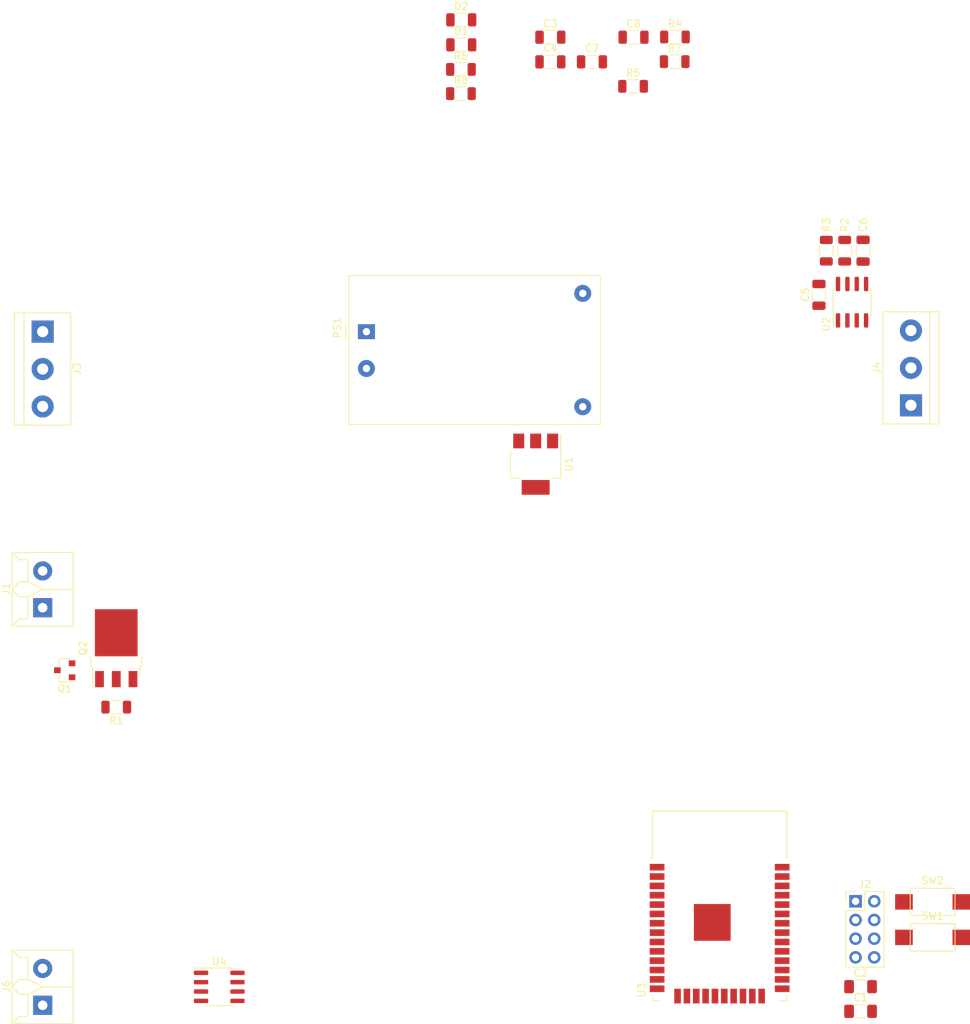
<source format=kicad_pcb>
(kicad_pcb (version 20171130) (host pcbnew "(5.1.7)-1")

  (general
    (thickness 1.6)
    (drawings 1)
    (tracks 0)
    (zones 0)
    (modules 32)
    (nets 58)
  )

  (page A4)
  (layers
    (0 F.Cu signal)
    (31 B.Cu signal)
    (32 B.Adhes user)
    (33 F.Adhes user)
    (34 B.Paste user)
    (35 F.Paste user)
    (36 B.SilkS user)
    (37 F.SilkS user)
    (38 B.Mask user)
    (39 F.Mask user)
    (40 Dwgs.User user)
    (41 Cmts.User user)
    (42 Eco1.User user hide)
    (43 Eco2.User user)
    (44 Edge.Cuts user)
    (45 Margin user)
    (46 B.CrtYd user)
    (47 F.CrtYd user)
    (48 B.Fab user)
    (49 F.Fab user)
  )

  (setup
    (last_trace_width 0.25)
    (user_trace_width 2)
    (trace_clearance 0.2)
    (zone_clearance 0.508)
    (zone_45_only no)
    (trace_min 0.2)
    (via_size 0.8)
    (via_drill 0.4)
    (via_min_size 0.4)
    (via_min_drill 0.3)
    (uvia_size 0.3)
    (uvia_drill 0.1)
    (uvias_allowed no)
    (uvia_min_size 0.2)
    (uvia_min_drill 0.1)
    (edge_width 0.05)
    (segment_width 0.2)
    (pcb_text_width 0.3)
    (pcb_text_size 1.5 1.5)
    (mod_edge_width 0.12)
    (mod_text_size 1 1)
    (mod_text_width 0.15)
    (pad_size 1.524 1.524)
    (pad_drill 0.762)
    (pad_to_mask_clearance 0.05)
    (aux_axis_origin 0 0)
    (visible_elements 7EFDFFFF)
    (pcbplotparams
      (layerselection 0x010fc_ffffffff)
      (usegerberextensions false)
      (usegerberattributes true)
      (usegerberadvancedattributes true)
      (creategerberjobfile true)
      (excludeedgelayer true)
      (linewidth 0.100000)
      (plotframeref false)
      (viasonmask false)
      (mode 1)
      (useauxorigin false)
      (hpglpennumber 1)
      (hpglpenspeed 20)
      (hpglpendiameter 15.000000)
      (psnegative false)
      (psa4output false)
      (plotreference true)
      (plotvalue true)
      (plotinvisibletext false)
      (padsonsilk false)
      (subtractmaskfromsilk false)
      (outputformat 1)
      (mirror false)
      (drillshape 1)
      (scaleselection 1)
      (outputdirectory ""))
  )

  (net 0 "")
  (net 1 "Net-(U3-Pad6)")
  (net 2 Earth)
  (net 3 +5V)
  (net 4 GND)
  (net 5 +3V3)
  (net 6 "Net-(D1-Pad1)")
  (net 7 "Net-(D2-Pad1)")
  (net 8 /USB_RX)
  (net 9 /VREG_IN)
  (net 10 /USB_TX)
  (net 11 /EN)
  (net 12 /ESP32_SPI_SCK)
  (net 13 StatusLED)
  (net 14 HotLED)
  (net 15 UserSwitch)
  (net 16 V_Current)
  (net 17 "Net-(C6-Pad1)")
  (net 18 "Net-(U3-Pad37)")
  (net 19 "Net-(U3-Pad36)")
  (net 20 "Net-(U3-Pad33)")
  (net 21 "Net-(U3-Pad32)")
  (net 22 "Net-(U3-Pad31)")
  (net 23 "Net-(U3-Pad30)")
  (net 24 "Net-(U3-Pad29)")
  (net 25 "Net-(U3-Pad28)")
  (net 26 "Net-(U3-Pad27)")
  (net 27 "Net-(U3-Pad26)")
  (net 28 "Net-(U3-Pad24)")
  (net 29 "Net-(U3-Pad23)")
  (net 30 "Net-(U3-Pad22)")
  (net 31 "Net-(U3-Pad21)")
  (net 32 "Net-(U3-Pad20)")
  (net 33 "Net-(U3-Pad19)")
  (net 34 "Net-(U3-Pad18)")
  (net 35 "Net-(U3-Pad17)")
  (net 36 "Net-(U3-Pad16)")
  (net 37 "Net-(U3-Pad14)")
  (net 38 "Net-(U3-Pad13)")
  (net 39 "Net-(U3-Pad12)")
  (net 40 "Net-(U3-Pad11)")
  (net 41 "Net-(U3-Pad10)")
  (net 42 "Net-(U3-Pad9)")
  (net 43 "Net-(U3-Pad8)")
  (net 44 V_Current_adj)
  (net 45 "Net-(U3-Pad5)")
  (net 46 "Net-(U3-Pad4)")
  (net 47 "Net-(U3-Pad2)")
  (net 48 /ESP32_SPI_MISO)
  (net 49 /ESP32_SPI_TEMPSENSOR_1_CS)
  (net 50 U0TX_Active)
  (net 51 "Net-(J1-Pad1)")
  (net 52 "Net-(J3-Pad2)")
  (net 53 "Net-(J3-Pad1)")
  (net 54 "Net-(J4-Pad3)")
  (net 55 "Net-(J6-Pad1)")
  (net 56 "Net-(J6-Pad2)")
  (net 57 PlateControl)

  (net_class Default "This is the default net class."
    (clearance 0.2)
    (trace_width 0.25)
    (via_dia 0.8)
    (via_drill 0.4)
    (uvia_dia 0.3)
    (uvia_drill 0.1)
    (add_net +3V3)
    (add_net +5V)
    (add_net /EN)
    (add_net /ESP32_SPI_MISO)
    (add_net /ESP32_SPI_SCK)
    (add_net /ESP32_SPI_TEMPSENSOR_1_CS)
    (add_net /USB_RX)
    (add_net /USB_TX)
    (add_net /VREG_IN)
    (add_net Earth)
    (add_net GND)
    (add_net HotLED)
    (add_net "Net-(C6-Pad1)")
    (add_net "Net-(D1-Pad1)")
    (add_net "Net-(D2-Pad1)")
    (add_net "Net-(J1-Pad1)")
    (add_net "Net-(J3-Pad1)")
    (add_net "Net-(J3-Pad2)")
    (add_net "Net-(J4-Pad3)")
    (add_net "Net-(J6-Pad1)")
    (add_net "Net-(J6-Pad2)")
    (add_net "Net-(U3-Pad10)")
    (add_net "Net-(U3-Pad11)")
    (add_net "Net-(U3-Pad12)")
    (add_net "Net-(U3-Pad13)")
    (add_net "Net-(U3-Pad14)")
    (add_net "Net-(U3-Pad16)")
    (add_net "Net-(U3-Pad17)")
    (add_net "Net-(U3-Pad18)")
    (add_net "Net-(U3-Pad19)")
    (add_net "Net-(U3-Pad2)")
    (add_net "Net-(U3-Pad20)")
    (add_net "Net-(U3-Pad21)")
    (add_net "Net-(U3-Pad22)")
    (add_net "Net-(U3-Pad23)")
    (add_net "Net-(U3-Pad24)")
    (add_net "Net-(U3-Pad26)")
    (add_net "Net-(U3-Pad27)")
    (add_net "Net-(U3-Pad28)")
    (add_net "Net-(U3-Pad29)")
    (add_net "Net-(U3-Pad30)")
    (add_net "Net-(U3-Pad31)")
    (add_net "Net-(U3-Pad32)")
    (add_net "Net-(U3-Pad33)")
    (add_net "Net-(U3-Pad36)")
    (add_net "Net-(U3-Pad37)")
    (add_net "Net-(U3-Pad4)")
    (add_net "Net-(U3-Pad5)")
    (add_net "Net-(U3-Pad6)")
    (add_net "Net-(U3-Pad8)")
    (add_net "Net-(U3-Pad9)")
    (add_net PlateControl)
    (add_net StatusLED)
    (add_net U0TX_Active)
    (add_net UserSwitch)
    (add_net V_Current)
    (add_net V_Current_adj)
  )

  (module Resistor_SMD:R_1206_3216Metric (layer F.Cu) (tedit 5F68FEEE) (tstamp 5FFCAB1B)
    (at 146 101 180)
    (descr "Resistor SMD 1206 (3216 Metric), square (rectangular) end terminal, IPC_7351 nominal, (Body size source: IPC-SM-782 page 72, https://www.pcb-3d.com/wordpress/wp-content/uploads/ipc-sm-782a_amendment_1_and_2.pdf), generated with kicad-footprint-generator")
    (tags resistor)
    (path /60097442)
    (attr smd)
    (fp_text reference R1 (at 0 -1.82) (layer F.SilkS)
      (effects (font (size 1 1) (thickness 0.15)))
    )
    (fp_text value "10k 5% 0.25W" (at 0 1.82) (layer F.Fab)
      (effects (font (size 1 1) (thickness 0.15)))
    )
    (fp_text user %R (at 0 0) (layer F.Fab)
      (effects (font (size 0.8 0.8) (thickness 0.12)))
    )
    (fp_line (start -1.6 0.8) (end -1.6 -0.8) (layer F.Fab) (width 0.1))
    (fp_line (start -1.6 -0.8) (end 1.6 -0.8) (layer F.Fab) (width 0.1))
    (fp_line (start 1.6 -0.8) (end 1.6 0.8) (layer F.Fab) (width 0.1))
    (fp_line (start 1.6 0.8) (end -1.6 0.8) (layer F.Fab) (width 0.1))
    (fp_line (start -0.727064 -0.91) (end 0.727064 -0.91) (layer F.SilkS) (width 0.12))
    (fp_line (start -0.727064 0.91) (end 0.727064 0.91) (layer F.SilkS) (width 0.12))
    (fp_line (start -2.28 1.12) (end -2.28 -1.12) (layer F.CrtYd) (width 0.05))
    (fp_line (start -2.28 -1.12) (end 2.28 -1.12) (layer F.CrtYd) (width 0.05))
    (fp_line (start 2.28 -1.12) (end 2.28 1.12) (layer F.CrtYd) (width 0.05))
    (fp_line (start 2.28 1.12) (end -2.28 1.12) (layer F.CrtYd) (width 0.05))
    (pad 2 smd roundrect (at 1.4625 0 180) (size 1.125 1.75) (layers F.Cu F.Paste F.Mask) (roundrect_rratio 0.222222)
      (net 57 PlateControl))
    (pad 1 smd roundrect (at -1.4625 0 180) (size 1.125 1.75) (layers F.Cu F.Paste F.Mask) (roundrect_rratio 0.222222)
      (net 4 GND))
    (model ${KISYS3DMOD}/Resistor_SMD.3dshapes/R_1206_3216Metric.wrl
      (at (xyz 0 0 0))
      (scale (xyz 1 1 1))
      (rotate (xyz 0 0 0))
    )
  )

  (module Package_TO_SOT_SMD:TO-252-3_TabPin2 (layer F.Cu) (tedit 5A70F30B) (tstamp 5FFCA025)
    (at 146 93 90)
    (descr "TO-252 / DPAK SMD package, http://www.infineon.com/cms/en/product/packages/PG-TO252/PG-TO252-3-1/")
    (tags "DPAK TO-252 DPAK-3 TO-252-3 SOT-428")
    (path /60097432)
    (attr smd)
    (fp_text reference Q2 (at 0 -4.5 90) (layer F.SilkS)
      (effects (font (size 1 1) (thickness 0.15)))
    )
    (fp_text value "NMOS 60V 46A" (at 0 4.5 90) (layer F.Fab)
      (effects (font (size 1 1) (thickness 0.15)))
    )
    (fp_text user %R (at 0 0 90) (layer F.Fab)
      (effects (font (size 1 1) (thickness 0.15)))
    )
    (fp_line (start 3.95 -2.7) (end 4.95 -2.7) (layer F.Fab) (width 0.1))
    (fp_line (start 4.95 -2.7) (end 4.95 2.7) (layer F.Fab) (width 0.1))
    (fp_line (start 4.95 2.7) (end 3.95 2.7) (layer F.Fab) (width 0.1))
    (fp_line (start 3.95 -3.25) (end 3.95 3.25) (layer F.Fab) (width 0.1))
    (fp_line (start 3.95 3.25) (end -2.27 3.25) (layer F.Fab) (width 0.1))
    (fp_line (start -2.27 3.25) (end -2.27 -2.25) (layer F.Fab) (width 0.1))
    (fp_line (start -2.27 -2.25) (end -1.27 -3.25) (layer F.Fab) (width 0.1))
    (fp_line (start -1.27 -3.25) (end 3.95 -3.25) (layer F.Fab) (width 0.1))
    (fp_line (start -1.865 -2.655) (end -4.97 -2.655) (layer F.Fab) (width 0.1))
    (fp_line (start -4.97 -2.655) (end -4.97 -1.905) (layer F.Fab) (width 0.1))
    (fp_line (start -4.97 -1.905) (end -2.27 -1.905) (layer F.Fab) (width 0.1))
    (fp_line (start -2.27 -0.375) (end -4.97 -0.375) (layer F.Fab) (width 0.1))
    (fp_line (start -4.97 -0.375) (end -4.97 0.375) (layer F.Fab) (width 0.1))
    (fp_line (start -4.97 0.375) (end -2.27 0.375) (layer F.Fab) (width 0.1))
    (fp_line (start -2.27 1.905) (end -4.97 1.905) (layer F.Fab) (width 0.1))
    (fp_line (start -4.97 1.905) (end -4.97 2.655) (layer F.Fab) (width 0.1))
    (fp_line (start -4.97 2.655) (end -2.27 2.655) (layer F.Fab) (width 0.1))
    (fp_line (start -0.97 -3.45) (end -2.47 -3.45) (layer F.SilkS) (width 0.12))
    (fp_line (start -2.47 -3.45) (end -2.47 -3.18) (layer F.SilkS) (width 0.12))
    (fp_line (start -2.47 -3.18) (end -5.3 -3.18) (layer F.SilkS) (width 0.12))
    (fp_line (start -0.97 3.45) (end -2.47 3.45) (layer F.SilkS) (width 0.12))
    (fp_line (start -2.47 3.45) (end -2.47 3.18) (layer F.SilkS) (width 0.12))
    (fp_line (start -2.47 3.18) (end -3.57 3.18) (layer F.SilkS) (width 0.12))
    (fp_line (start -5.55 -3.5) (end -5.55 3.5) (layer F.CrtYd) (width 0.05))
    (fp_line (start -5.55 3.5) (end 5.55 3.5) (layer F.CrtYd) (width 0.05))
    (fp_line (start 5.55 3.5) (end 5.55 -3.5) (layer F.CrtYd) (width 0.05))
    (fp_line (start 5.55 -3.5) (end -5.55 -3.5) (layer F.CrtYd) (width 0.05))
    (pad "" smd rect (at 0.425 1.525 90) (size 3.05 2.75) (layers F.Paste))
    (pad "" smd rect (at 3.775 -1.525 90) (size 3.05 2.75) (layers F.Paste))
    (pad "" smd rect (at 0.425 -1.525 90) (size 3.05 2.75) (layers F.Paste))
    (pad "" smd rect (at 3.775 1.525 90) (size 3.05 2.75) (layers F.Paste))
    (pad 2 smd rect (at 2.1 0 90) (size 6.4 5.8) (layers F.Cu F.Mask)
      (net 51 "Net-(J1-Pad1)"))
    (pad 3 smd rect (at -4.2 2.28 90) (size 2.2 1.2) (layers F.Cu F.Paste F.Mask)
      (net 4 GND))
    (pad 2 smd rect (at -4.2 0 90) (size 2.2 1.2) (layers F.Cu F.Paste F.Mask)
      (net 51 "Net-(J1-Pad1)"))
    (pad 1 smd rect (at -4.2 -2.28 90) (size 2.2 1.2) (layers F.Cu F.Paste F.Mask)
      (net 57 PlateControl))
    (model ${KISYS3DMOD}/Package_TO_SOT_SMD.3dshapes/TO-252-3_TabPin2.wrl
      (at (xyz 0 0 0))
      (scale (xyz 1 1 1))
      (rotate (xyz 0 0 0))
    )
  )

  (module Package_TO_SOT_SMD:SOT-23 (layer F.Cu) (tedit 5A02FF57) (tstamp 5FFC9FFD)
    (at 139 96 180)
    (descr "SOT-23, Standard")
    (tags SOT-23)
    (path /60108F2F)
    (attr smd)
    (fp_text reference Q1 (at 0 -2.5) (layer F.SilkS)
      (effects (font (size 1 1) (thickness 0.15)))
    )
    (fp_text value "NMOS 60V 300mA" (at 0 2.5) (layer F.Fab)
      (effects (font (size 1 1) (thickness 0.15)))
    )
    (fp_text user %R (at 0 0 90) (layer F.Fab)
      (effects (font (size 0.5 0.5) (thickness 0.075)))
    )
    (fp_line (start -0.7 -0.95) (end -0.7 1.5) (layer F.Fab) (width 0.1))
    (fp_line (start -0.15 -1.52) (end 0.7 -1.52) (layer F.Fab) (width 0.1))
    (fp_line (start -0.7 -0.95) (end -0.15 -1.52) (layer F.Fab) (width 0.1))
    (fp_line (start 0.7 -1.52) (end 0.7 1.52) (layer F.Fab) (width 0.1))
    (fp_line (start -0.7 1.52) (end 0.7 1.52) (layer F.Fab) (width 0.1))
    (fp_line (start 0.76 1.58) (end 0.76 0.65) (layer F.SilkS) (width 0.12))
    (fp_line (start 0.76 -1.58) (end 0.76 -0.65) (layer F.SilkS) (width 0.12))
    (fp_line (start -1.7 -1.75) (end 1.7 -1.75) (layer F.CrtYd) (width 0.05))
    (fp_line (start 1.7 -1.75) (end 1.7 1.75) (layer F.CrtYd) (width 0.05))
    (fp_line (start 1.7 1.75) (end -1.7 1.75) (layer F.CrtYd) (width 0.05))
    (fp_line (start -1.7 1.75) (end -1.7 -1.75) (layer F.CrtYd) (width 0.05))
    (fp_line (start 0.76 -1.58) (end -1.4 -1.58) (layer F.SilkS) (width 0.12))
    (fp_line (start 0.76 1.58) (end -0.7 1.58) (layer F.SilkS) (width 0.12))
    (pad 3 smd rect (at 1 0 180) (size 0.9 0.8) (layers F.Cu F.Paste F.Mask)
      (net 51 "Net-(J1-Pad1)"))
    (pad 2 smd rect (at -1 0.95 180) (size 0.9 0.8) (layers F.Cu F.Paste F.Mask)
      (net 4 GND))
    (pad 1 smd rect (at -1 -0.95 180) (size 0.9 0.8) (layers F.Cu F.Paste F.Mask)
      (net 57 PlateControl))
    (model ${KISYS3DMOD}/Package_TO_SOT_SMD.3dshapes/SOT-23.wrl
      (at (xyz 0 0 0))
      (scale (xyz 1 1 1))
      (rotate (xyz 0 0 0))
    )
  )

  (module HotPlateController:1935161 (layer F.Cu) (tedit 5F3E714A) (tstamp 5FFCAE07)
    (at 136 85 90)
    (path /600F59DF)
    (fp_text reference J1 (at 0.05 -4.95 90) (layer F.SilkS)
      (effects (font (size 1 1) (thickness 0.15)))
    )
    (fp_text value Conn_01x02 (at 0.05 3.25 90) (layer F.Fab)
      (effects (font (size 1 1) (thickness 0.15)))
    )
    (fp_line (start -5 4.15) (end -5 -4.15) (layer F.SilkS) (width 0.12))
    (fp_line (start -5 -4.15) (end 5 -4.15) (layer F.SilkS) (width 0.12))
    (fp_line (start 5 -4.15) (end 5 4.15) (layer F.SilkS) (width 0.12))
    (fp_line (start 5 4.15) (end -5 4.15) (layer F.SilkS) (width 0.12))
    (fp_line (start -5 -4.15) (end -4 -3.15) (layer F.SilkS) (width 0.12))
    (fp_line (start -4 -3.15) (end -4 -2) (layer F.SilkS) (width 0.12))
    (fp_line (start -4 -2) (end -1 -2) (layer F.SilkS) (width 0.12))
    (fp_line (start -1 -2) (end -1 -3.15) (layer F.SilkS) (width 0.12))
    (fp_line (start -1 -3.15) (end -0.05 -4.15) (layer F.SilkS) (width 0.12))
    (fp_line (start 1 -3.15) (end 0.05 -4.15) (layer F.SilkS) (width 0.12))
    (fp_line (start 4 -2) (end 1 -2) (layer F.SilkS) (width 0.12))
    (fp_line (start 1 -2) (end 1 -3.15) (layer F.SilkS) (width 0.12))
    (fp_line (start 4 -3.15) (end 4 -2) (layer F.SilkS) (width 0.12))
    (fp_line (start 5 -4.15) (end 4 -3.15) (layer F.SilkS) (width 0.12))
    (fp_line (start -1 -2) (end 0 0) (layer F.SilkS) (width 0.12))
    (fp_line (start 0 0) (end 1 -2) (layer F.SilkS) (width 0.12))
    (fp_line (start 0 0) (end 0 4.15) (layer F.SilkS) (width 0.12))
    (pad 1 thru_hole rect (at -2.5 0 90) (size 2.6 2.6) (drill 1.3) (layers *.Cu *.Mask)
      (net 51 "Net-(J1-Pad1)"))
    (pad 2 thru_hole circle (at 2.5 0 90) (size 2.6 2.6) (drill 1.3) (layers *.Cu *.Mask)
      (net 3 +5V))
    (model "${KIPRJMOD}/Libraries/3D Models/pxc_1935161_04_PT-1-5-2-5-0-H_3D.stp"
      (offset (xyz 32.7 44.7 -39))
      (scale (xyz 1 1 1))
      (rotate (xyz -90 0 90))
    )
  )

  (module HotPlateController:1935161 (layer F.Cu) (tedit 5F3E714A) (tstamp 5FFCA562)
    (at 136 139 90)
    (path /5F92E2A4)
    (fp_text reference J6 (at 0.05 -4.95 90) (layer F.SilkS)
      (effects (font (size 1 1) (thickness 0.15)))
    )
    (fp_text value Thermocouple (at 0.05 3.25 90) (layer F.Fab)
      (effects (font (size 1 1) (thickness 0.15)))
    )
    (fp_line (start 0 0) (end 0 4.15) (layer F.SilkS) (width 0.12))
    (fp_line (start 0 0) (end 1 -2) (layer F.SilkS) (width 0.12))
    (fp_line (start -1 -2) (end 0 0) (layer F.SilkS) (width 0.12))
    (fp_line (start 5 -4.15) (end 4 -3.15) (layer F.SilkS) (width 0.12))
    (fp_line (start 4 -3.15) (end 4 -2) (layer F.SilkS) (width 0.12))
    (fp_line (start 1 -2) (end 1 -3.15) (layer F.SilkS) (width 0.12))
    (fp_line (start 4 -2) (end 1 -2) (layer F.SilkS) (width 0.12))
    (fp_line (start 1 -3.15) (end 0.05 -4.15) (layer F.SilkS) (width 0.12))
    (fp_line (start -1 -3.15) (end -0.05 -4.15) (layer F.SilkS) (width 0.12))
    (fp_line (start -1 -2) (end -1 -3.15) (layer F.SilkS) (width 0.12))
    (fp_line (start -4 -2) (end -1 -2) (layer F.SilkS) (width 0.12))
    (fp_line (start -4 -3.15) (end -4 -2) (layer F.SilkS) (width 0.12))
    (fp_line (start -5 -4.15) (end -4 -3.15) (layer F.SilkS) (width 0.12))
    (fp_line (start 5 4.15) (end -5 4.15) (layer F.SilkS) (width 0.12))
    (fp_line (start 5 -4.15) (end 5 4.15) (layer F.SilkS) (width 0.12))
    (fp_line (start -5 -4.15) (end 5 -4.15) (layer F.SilkS) (width 0.12))
    (fp_line (start -5 4.15) (end -5 -4.15) (layer F.SilkS) (width 0.12))
    (pad 1 thru_hole rect (at -2.5 0 90) (size 2.6 2.6) (drill 1.3) (layers *.Cu *.Mask)
      (net 55 "Net-(J6-Pad1)"))
    (pad 2 thru_hole circle (at 2.5 0 90) (size 2.6 2.6) (drill 1.3) (layers *.Cu *.Mask)
      (net 56 "Net-(J6-Pad2)"))
    (model "${KIPRJMOD}/Libraries/3D Models/pxc_1935161_04_PT-1-5-2-5-0-H_3D.stp"
      (offset (xyz 32.7 44.7 -39))
      (scale (xyz 1 1 1))
      (rotate (xyz -90 0 90))
    )
  )

  (module Resistor_SMD:R_1206_3216Metric (layer F.Cu) (tedit 5F68FEEE) (tstamp 5FFCA59D)
    (at 192.845001 17.665001)
    (descr "Resistor SMD 1206 (3216 Metric), square (rectangular) end terminal, IPC_7351 nominal, (Body size source: IPC-SM-782 page 72, https://www.pcb-3d.com/wordpress/wp-content/uploads/ipc-sm-782a_amendment_1_and_2.pdf), generated with kicad-footprint-generator")
    (tags resistor)
    (path /5FFAA00A)
    (attr smd)
    (fp_text reference R8 (at 0 -1.82) (layer F.SilkS)
      (effects (font (size 1 1) (thickness 0.15)))
    )
    (fp_text value R (at 0 1.82) (layer F.Fab)
      (effects (font (size 1 1) (thickness 0.15)))
    )
    (fp_line (start 2.28 1.12) (end -2.28 1.12) (layer F.CrtYd) (width 0.05))
    (fp_line (start 2.28 -1.12) (end 2.28 1.12) (layer F.CrtYd) (width 0.05))
    (fp_line (start -2.28 -1.12) (end 2.28 -1.12) (layer F.CrtYd) (width 0.05))
    (fp_line (start -2.28 1.12) (end -2.28 -1.12) (layer F.CrtYd) (width 0.05))
    (fp_line (start -0.727064 0.91) (end 0.727064 0.91) (layer F.SilkS) (width 0.12))
    (fp_line (start -0.727064 -0.91) (end 0.727064 -0.91) (layer F.SilkS) (width 0.12))
    (fp_line (start 1.6 0.8) (end -1.6 0.8) (layer F.Fab) (width 0.1))
    (fp_line (start 1.6 -0.8) (end 1.6 0.8) (layer F.Fab) (width 0.1))
    (fp_line (start -1.6 -0.8) (end 1.6 -0.8) (layer F.Fab) (width 0.1))
    (fp_line (start -1.6 0.8) (end -1.6 -0.8) (layer F.Fab) (width 0.1))
    (fp_text user %R (at 0 0) (layer F.Fab)
      (effects (font (size 0.8 0.8) (thickness 0.12)))
    )
    (pad 2 smd roundrect (at 1.4625 0) (size 1.125 1.75) (layers F.Cu F.Paste F.Mask) (roundrect_rratio 0.222222)
      (net 4 GND))
    (pad 1 smd roundrect (at -1.4625 0) (size 1.125 1.75) (layers F.Cu F.Paste F.Mask) (roundrect_rratio 0.222222)
      (net 7 "Net-(D2-Pad1)"))
    (model ${KISYS3DMOD}/Resistor_SMD.3dshapes/R_1206_3216Metric.wrl
      (at (xyz 0 0 0))
      (scale (xyz 1 1 1))
      (rotate (xyz 0 0 0))
    )
  )

  (module Resistor_SMD:R_1206_3216Metric (layer F.Cu) (tedit 5F68FEEE) (tstamp 5FFCB6EB)
    (at 221.89 13.32)
    (descr "Resistor SMD 1206 (3216 Metric), square (rectangular) end terminal, IPC_7351 nominal, (Body size source: IPC-SM-782 page 72, https://www.pcb-3d.com/wordpress/wp-content/uploads/ipc-sm-782a_amendment_1_and_2.pdf), generated with kicad-footprint-generator")
    (tags resistor)
    (path /5FFD3122)
    (attr smd)
    (fp_text reference R7 (at 0 -1.82) (layer F.SilkS)
      (effects (font (size 1 1) (thickness 0.15)))
    )
    (fp_text value "10k 5% 0.25W" (at 0 1.82) (layer F.Fab)
      (effects (font (size 1 1) (thickness 0.15)))
    )
    (fp_line (start 2.28 1.12) (end -2.28 1.12) (layer F.CrtYd) (width 0.05))
    (fp_line (start 2.28 -1.12) (end 2.28 1.12) (layer F.CrtYd) (width 0.05))
    (fp_line (start -2.28 -1.12) (end 2.28 -1.12) (layer F.CrtYd) (width 0.05))
    (fp_line (start -2.28 1.12) (end -2.28 -1.12) (layer F.CrtYd) (width 0.05))
    (fp_line (start -0.727064 0.91) (end 0.727064 0.91) (layer F.SilkS) (width 0.12))
    (fp_line (start -0.727064 -0.91) (end 0.727064 -0.91) (layer F.SilkS) (width 0.12))
    (fp_line (start 1.6 0.8) (end -1.6 0.8) (layer F.Fab) (width 0.1))
    (fp_line (start 1.6 -0.8) (end 1.6 0.8) (layer F.Fab) (width 0.1))
    (fp_line (start -1.6 -0.8) (end 1.6 -0.8) (layer F.Fab) (width 0.1))
    (fp_line (start -1.6 0.8) (end -1.6 -0.8) (layer F.Fab) (width 0.1))
    (fp_text user %R (at 0 0) (layer F.Fab)
      (effects (font (size 0.8 0.8) (thickness 0.12)))
    )
    (pad 2 smd roundrect (at 1.4625 0) (size 1.125 1.75) (layers F.Cu F.Paste F.Mask) (roundrect_rratio 0.222222)
      (net 4 GND))
    (pad 1 smd roundrect (at -1.4625 0) (size 1.125 1.75) (layers F.Cu F.Paste F.Mask) (roundrect_rratio 0.222222)
      (net 50 U0TX_Active))
    (model ${KISYS3DMOD}/Resistor_SMD.3dshapes/R_1206_3216Metric.wrl
      (at (xyz 0 0 0))
      (scale (xyz 1 1 1))
      (rotate (xyz 0 0 0))
    )
  )

  (module Resistor_SMD:R_1206_3216Metric (layer F.Cu) (tedit 5F68FEEE) (tstamp 5FFCA58C)
    (at 192.845001 14.375001)
    (descr "Resistor SMD 1206 (3216 Metric), square (rectangular) end terminal, IPC_7351 nominal, (Body size source: IPC-SM-782 page 72, https://www.pcb-3d.com/wordpress/wp-content/uploads/ipc-sm-782a_amendment_1_and_2.pdf), generated with kicad-footprint-generator")
    (tags resistor)
    (path /5FFA3C43)
    (attr smd)
    (fp_text reference R6 (at 0 -1.82) (layer F.SilkS)
      (effects (font (size 1 1) (thickness 0.15)))
    )
    (fp_text value R (at 0 1.82) (layer F.Fab)
      (effects (font (size 1 1) (thickness 0.15)))
    )
    (fp_line (start 2.28 1.12) (end -2.28 1.12) (layer F.CrtYd) (width 0.05))
    (fp_line (start 2.28 -1.12) (end 2.28 1.12) (layer F.CrtYd) (width 0.05))
    (fp_line (start -2.28 -1.12) (end 2.28 -1.12) (layer F.CrtYd) (width 0.05))
    (fp_line (start -2.28 1.12) (end -2.28 -1.12) (layer F.CrtYd) (width 0.05))
    (fp_line (start -0.727064 0.91) (end 0.727064 0.91) (layer F.SilkS) (width 0.12))
    (fp_line (start -0.727064 -0.91) (end 0.727064 -0.91) (layer F.SilkS) (width 0.12))
    (fp_line (start 1.6 0.8) (end -1.6 0.8) (layer F.Fab) (width 0.1))
    (fp_line (start 1.6 -0.8) (end 1.6 0.8) (layer F.Fab) (width 0.1))
    (fp_line (start -1.6 -0.8) (end 1.6 -0.8) (layer F.Fab) (width 0.1))
    (fp_line (start -1.6 0.8) (end -1.6 -0.8) (layer F.Fab) (width 0.1))
    (fp_text user %R (at 0 0) (layer F.Fab)
      (effects (font (size 0.8 0.8) (thickness 0.12)))
    )
    (pad 2 smd roundrect (at 1.4625 0) (size 1.125 1.75) (layers F.Cu F.Paste F.Mask) (roundrect_rratio 0.222222)
      (net 4 GND))
    (pad 1 smd roundrect (at -1.4625 0) (size 1.125 1.75) (layers F.Cu F.Paste F.Mask) (roundrect_rratio 0.222222)
      (net 6 "Net-(D1-Pad1)"))
    (model ${KISYS3DMOD}/Resistor_SMD.3dshapes/R_1206_3216Metric.wrl
      (at (xyz 0 0 0))
      (scale (xyz 1 1 1))
      (rotate (xyz 0 0 0))
    )
  )

  (module Resistor_SMD:R_1206_3216Metric (layer F.Cu) (tedit 5F68FEEE) (tstamp 5FFCB6CA)
    (at 216.24 16.67)
    (descr "Resistor SMD 1206 (3216 Metric), square (rectangular) end terminal, IPC_7351 nominal, (Body size source: IPC-SM-782 page 72, https://www.pcb-3d.com/wordpress/wp-content/uploads/ipc-sm-782a_amendment_1_and_2.pdf), generated with kicad-footprint-generator")
    (tags resistor)
    (path /5FFD3095)
    (attr smd)
    (fp_text reference R5 (at 0 -1.82) (layer F.SilkS)
      (effects (font (size 1 1) (thickness 0.15)))
    )
    (fp_text value "10k 5% 0.25W" (at 0 1.82) (layer F.Fab)
      (effects (font (size 1 1) (thickness 0.15)))
    )
    (fp_line (start 2.28 1.12) (end -2.28 1.12) (layer F.CrtYd) (width 0.05))
    (fp_line (start 2.28 -1.12) (end 2.28 1.12) (layer F.CrtYd) (width 0.05))
    (fp_line (start -2.28 -1.12) (end 2.28 -1.12) (layer F.CrtYd) (width 0.05))
    (fp_line (start -2.28 1.12) (end -2.28 -1.12) (layer F.CrtYd) (width 0.05))
    (fp_line (start -0.727064 0.91) (end 0.727064 0.91) (layer F.SilkS) (width 0.12))
    (fp_line (start -0.727064 -0.91) (end 0.727064 -0.91) (layer F.SilkS) (width 0.12))
    (fp_line (start 1.6 0.8) (end -1.6 0.8) (layer F.Fab) (width 0.1))
    (fp_line (start 1.6 -0.8) (end 1.6 0.8) (layer F.Fab) (width 0.1))
    (fp_line (start -1.6 -0.8) (end 1.6 -0.8) (layer F.Fab) (width 0.1))
    (fp_line (start -1.6 0.8) (end -1.6 -0.8) (layer F.Fab) (width 0.1))
    (fp_text user %R (at 0 0) (layer F.Fab)
      (effects (font (size 0.8 0.8) (thickness 0.12)))
    )
    (pad 2 smd roundrect (at 1.4625 0) (size 1.125 1.75) (layers F.Cu F.Paste F.Mask) (roundrect_rratio 0.222222)
      (net 15 UserSwitch))
    (pad 1 smd roundrect (at -1.4625 0) (size 1.125 1.75) (layers F.Cu F.Paste F.Mask) (roundrect_rratio 0.222222)
      (net 5 +3V3))
    (model ${KISYS3DMOD}/Resistor_SMD.3dshapes/R_1206_3216Metric.wrl
      (at (xyz 0 0 0))
      (scale (xyz 1 1 1))
      (rotate (xyz 0 0 0))
    )
  )

  (module Resistor_SMD:R_1206_3216Metric (layer F.Cu) (tedit 5F68FEEE) (tstamp 5FFCB6B9)
    (at 221.93 9.97)
    (descr "Resistor SMD 1206 (3216 Metric), square (rectangular) end terminal, IPC_7351 nominal, (Body size source: IPC-SM-782 page 72, https://www.pcb-3d.com/wordpress/wp-content/uploads/ipc-sm-782a_amendment_1_and_2.pdf), generated with kicad-footprint-generator")
    (tags resistor)
    (path /5FFD3016)
    (attr smd)
    (fp_text reference R4 (at 0 -1.82) (layer F.SilkS)
      (effects (font (size 1 1) (thickness 0.15)))
    )
    (fp_text value "10k 5% 0.25W" (at 0 1.82) (layer F.Fab)
      (effects (font (size 1 1) (thickness 0.15)))
    )
    (fp_line (start 2.28 1.12) (end -2.28 1.12) (layer F.CrtYd) (width 0.05))
    (fp_line (start 2.28 -1.12) (end 2.28 1.12) (layer F.CrtYd) (width 0.05))
    (fp_line (start -2.28 -1.12) (end 2.28 -1.12) (layer F.CrtYd) (width 0.05))
    (fp_line (start -2.28 1.12) (end -2.28 -1.12) (layer F.CrtYd) (width 0.05))
    (fp_line (start -0.727064 0.91) (end 0.727064 0.91) (layer F.SilkS) (width 0.12))
    (fp_line (start -0.727064 -0.91) (end 0.727064 -0.91) (layer F.SilkS) (width 0.12))
    (fp_line (start 1.6 0.8) (end -1.6 0.8) (layer F.Fab) (width 0.1))
    (fp_line (start 1.6 -0.8) (end 1.6 0.8) (layer F.Fab) (width 0.1))
    (fp_line (start -1.6 -0.8) (end 1.6 -0.8) (layer F.Fab) (width 0.1))
    (fp_line (start -1.6 0.8) (end -1.6 -0.8) (layer F.Fab) (width 0.1))
    (fp_text user %R (at 0 0) (layer F.Fab)
      (effects (font (size 0.8 0.8) (thickness 0.12)))
    )
    (pad 2 smd roundrect (at 1.4625 0) (size 1.125 1.75) (layers F.Cu F.Paste F.Mask) (roundrect_rratio 0.222222)
      (net 11 /EN))
    (pad 1 smd roundrect (at -1.4625 0) (size 1.125 1.75) (layers F.Cu F.Paste F.Mask) (roundrect_rratio 0.222222)
      (net 5 +3V3))
    (model ${KISYS3DMOD}/Resistor_SMD.3dshapes/R_1206_3216Metric.wrl
      (at (xyz 0 0 0))
      (scale (xyz 1 1 1))
      (rotate (xyz 0 0 0))
    )
  )

  (module Resistor_SMD:R_1206_3216Metric (layer F.Cu) (tedit 5F68FEEE) (tstamp 5FFCB6A8)
    (at 242.5 39 270)
    (descr "Resistor SMD 1206 (3216 Metric), square (rectangular) end terminal, IPC_7351 nominal, (Body size source: IPC-SM-782 page 72, https://www.pcb-3d.com/wordpress/wp-content/uploads/ipc-sm-782a_amendment_1_and_2.pdf), generated with kicad-footprint-generator")
    (tags resistor)
    (path /6001CA54)
    (attr smd)
    (fp_text reference R3 (at -3.5 0 90) (layer F.SilkS)
      (effects (font (size 1 1) (thickness 0.15)))
    )
    (fp_text value "2.67k 0.25W 1%" (at 0 1.82 90) (layer F.Fab)
      (effects (font (size 1 1) (thickness 0.15)))
    )
    (fp_line (start 2.28 1.12) (end -2.28 1.12) (layer F.CrtYd) (width 0.05))
    (fp_line (start 2.28 -1.12) (end 2.28 1.12) (layer F.CrtYd) (width 0.05))
    (fp_line (start -2.28 -1.12) (end 2.28 -1.12) (layer F.CrtYd) (width 0.05))
    (fp_line (start -2.28 1.12) (end -2.28 -1.12) (layer F.CrtYd) (width 0.05))
    (fp_line (start -0.727064 0.91) (end 0.727064 0.91) (layer F.SilkS) (width 0.12))
    (fp_line (start -0.727064 -0.91) (end 0.727064 -0.91) (layer F.SilkS) (width 0.12))
    (fp_line (start 1.6 0.8) (end -1.6 0.8) (layer F.Fab) (width 0.1))
    (fp_line (start 1.6 -0.8) (end 1.6 0.8) (layer F.Fab) (width 0.1))
    (fp_line (start -1.6 -0.8) (end 1.6 -0.8) (layer F.Fab) (width 0.1))
    (fp_line (start -1.6 0.8) (end -1.6 -0.8) (layer F.Fab) (width 0.1))
    (fp_text user %R (at 0 0 90) (layer F.Fab)
      (effects (font (size 0.8 0.8) (thickness 0.12)))
    )
    (pad 2 smd roundrect (at 1.4625 0 270) (size 1.125 1.75) (layers F.Cu F.Paste F.Mask) (roundrect_rratio 0.222222)
      (net 4 GND))
    (pad 1 smd roundrect (at -1.4625 0 270) (size 1.125 1.75) (layers F.Cu F.Paste F.Mask) (roundrect_rratio 0.222222)
      (net 44 V_Current_adj))
    (model ${KISYS3DMOD}/Resistor_SMD.3dshapes/R_1206_3216Metric.wrl
      (at (xyz 0 0 0))
      (scale (xyz 1 1 1))
      (rotate (xyz 0 0 0))
    )
  )

  (module Resistor_SMD:R_1206_3216Metric (layer F.Cu) (tedit 5F68FEEE) (tstamp 5FFCB697)
    (at 245 39 90)
    (descr "Resistor SMD 1206 (3216 Metric), square (rectangular) end terminal, IPC_7351 nominal, (Body size source: IPC-SM-782 page 72, https://www.pcb-3d.com/wordpress/wp-content/uploads/ipc-sm-782a_amendment_1_and_2.pdf), generated with kicad-footprint-generator")
    (tags resistor)
    (path /60016A6F)
    (attr smd)
    (fp_text reference R2 (at 3.5 0 90) (layer F.SilkS)
      (effects (font (size 1 1) (thickness 0.15)))
    )
    (fp_text value "1.37k 0.25W 1%" (at 0 1.82 90) (layer F.Fab)
      (effects (font (size 1 1) (thickness 0.15)))
    )
    (fp_line (start 2.28 1.12) (end -2.28 1.12) (layer F.CrtYd) (width 0.05))
    (fp_line (start 2.28 -1.12) (end 2.28 1.12) (layer F.CrtYd) (width 0.05))
    (fp_line (start -2.28 -1.12) (end 2.28 -1.12) (layer F.CrtYd) (width 0.05))
    (fp_line (start -2.28 1.12) (end -2.28 -1.12) (layer F.CrtYd) (width 0.05))
    (fp_line (start -0.727064 0.91) (end 0.727064 0.91) (layer F.SilkS) (width 0.12))
    (fp_line (start -0.727064 -0.91) (end 0.727064 -0.91) (layer F.SilkS) (width 0.12))
    (fp_line (start 1.6 0.8) (end -1.6 0.8) (layer F.Fab) (width 0.1))
    (fp_line (start 1.6 -0.8) (end 1.6 0.8) (layer F.Fab) (width 0.1))
    (fp_line (start -1.6 -0.8) (end 1.6 -0.8) (layer F.Fab) (width 0.1))
    (fp_line (start -1.6 0.8) (end -1.6 -0.8) (layer F.Fab) (width 0.1))
    (fp_text user %R (at 0 0 90) (layer F.Fab)
      (effects (font (size 0.8 0.8) (thickness 0.12)))
    )
    (pad 2 smd roundrect (at 1.4625 0 90) (size 1.125 1.75) (layers F.Cu F.Paste F.Mask) (roundrect_rratio 0.222222)
      (net 44 V_Current_adj))
    (pad 1 smd roundrect (at -1.4625 0 90) (size 1.125 1.75) (layers F.Cu F.Paste F.Mask) (roundrect_rratio 0.222222)
      (net 16 V_Current))
    (model ${KISYS3DMOD}/Resistor_SMD.3dshapes/R_1206_3216Metric.wrl
      (at (xyz 0 0 0))
      (scale (xyz 1 1 1))
      (rotate (xyz 0 0 0))
    )
  )

  (module Capacitor_SMD:C_1206_3216Metric (layer F.Cu) (tedit 5F68FEEE) (tstamp 5FFCA4F8)
    (at 192.890001 7.645001)
    (descr "Capacitor SMD 1206 (3216 Metric), square (rectangular) end terminal, IPC_7351 nominal, (Body size source: IPC-SM-782 page 76, https://www.pcb-3d.com/wordpress/wp-content/uploads/ipc-sm-782a_amendment_1_and_2.pdf), generated with kicad-footprint-generator")
    (tags capacitor)
    (path /5FFAA004)
    (attr smd)
    (fp_text reference D2 (at 0 -1.85) (layer F.SilkS)
      (effects (font (size 1 1) (thickness 0.15)))
    )
    (fp_text value LED (at 0 1.85) (layer F.Fab)
      (effects (font (size 1 1) (thickness 0.15)))
    )
    (fp_line (start 2.3 1.15) (end -2.3 1.15) (layer F.CrtYd) (width 0.05))
    (fp_line (start 2.3 -1.15) (end 2.3 1.15) (layer F.CrtYd) (width 0.05))
    (fp_line (start -2.3 -1.15) (end 2.3 -1.15) (layer F.CrtYd) (width 0.05))
    (fp_line (start -2.3 1.15) (end -2.3 -1.15) (layer F.CrtYd) (width 0.05))
    (fp_line (start -0.711252 0.91) (end 0.711252 0.91) (layer F.SilkS) (width 0.12))
    (fp_line (start -0.711252 -0.91) (end 0.711252 -0.91) (layer F.SilkS) (width 0.12))
    (fp_line (start 1.6 0.8) (end -1.6 0.8) (layer F.Fab) (width 0.1))
    (fp_line (start 1.6 -0.8) (end 1.6 0.8) (layer F.Fab) (width 0.1))
    (fp_line (start -1.6 -0.8) (end 1.6 -0.8) (layer F.Fab) (width 0.1))
    (fp_line (start -1.6 0.8) (end -1.6 -0.8) (layer F.Fab) (width 0.1))
    (fp_text user %R (at 0 0) (layer F.Fab)
      (effects (font (size 0.8 0.8) (thickness 0.12)))
    )
    (pad 2 smd roundrect (at 1.475 0) (size 1.15 1.8) (layers F.Cu F.Paste F.Mask) (roundrect_rratio 0.217391)
      (net 14 HotLED))
    (pad 1 smd roundrect (at -1.475 0) (size 1.15 1.8) (layers F.Cu F.Paste F.Mask) (roundrect_rratio 0.217391)
      (net 7 "Net-(D2-Pad1)"))
    (model ${KISYS3DMOD}/Capacitor_SMD.3dshapes/C_1206_3216Metric.wrl
      (at (xyz 0 0 0))
      (scale (xyz 1 1 1))
      (rotate (xyz 0 0 0))
    )
  )

  (module Capacitor_SMD:C_1206_3216Metric (layer F.Cu) (tedit 5F68FEEE) (tstamp 5FFCA4E5)
    (at 192.890001 11.035001)
    (descr "Capacitor SMD 1206 (3216 Metric), square (rectangular) end terminal, IPC_7351 nominal, (Body size source: IPC-SM-782 page 76, https://www.pcb-3d.com/wordpress/wp-content/uploads/ipc-sm-782a_amendment_1_and_2.pdf), generated with kicad-footprint-generator")
    (tags capacitor)
    (path /5FFA34C2)
    (attr smd)
    (fp_text reference D1 (at 0 -1.85) (layer F.SilkS)
      (effects (font (size 1 1) (thickness 0.15)))
    )
    (fp_text value LED (at 0 1.85) (layer F.Fab)
      (effects (font (size 1 1) (thickness 0.15)))
    )
    (fp_line (start 2.3 1.15) (end -2.3 1.15) (layer F.CrtYd) (width 0.05))
    (fp_line (start 2.3 -1.15) (end 2.3 1.15) (layer F.CrtYd) (width 0.05))
    (fp_line (start -2.3 -1.15) (end 2.3 -1.15) (layer F.CrtYd) (width 0.05))
    (fp_line (start -2.3 1.15) (end -2.3 -1.15) (layer F.CrtYd) (width 0.05))
    (fp_line (start -0.711252 0.91) (end 0.711252 0.91) (layer F.SilkS) (width 0.12))
    (fp_line (start -0.711252 -0.91) (end 0.711252 -0.91) (layer F.SilkS) (width 0.12))
    (fp_line (start 1.6 0.8) (end -1.6 0.8) (layer F.Fab) (width 0.1))
    (fp_line (start 1.6 -0.8) (end 1.6 0.8) (layer F.Fab) (width 0.1))
    (fp_line (start -1.6 -0.8) (end 1.6 -0.8) (layer F.Fab) (width 0.1))
    (fp_line (start -1.6 0.8) (end -1.6 -0.8) (layer F.Fab) (width 0.1))
    (fp_text user %R (at 0 0) (layer F.Fab)
      (effects (font (size 0.8 0.8) (thickness 0.12)))
    )
    (pad 2 smd roundrect (at 1.475 0) (size 1.15 1.8) (layers F.Cu F.Paste F.Mask) (roundrect_rratio 0.217391)
      (net 13 StatusLED))
    (pad 1 smd roundrect (at -1.475 0) (size 1.15 1.8) (layers F.Cu F.Paste F.Mask) (roundrect_rratio 0.217391)
      (net 6 "Net-(D1-Pad1)"))
    (model ${KISYS3DMOD}/Capacitor_SMD.3dshapes/C_1206_3216Metric.wrl
      (at (xyz 0 0 0))
      (scale (xyz 1 1 1))
      (rotate (xyz 0 0 0))
    )
  )

  (module Capacitor_SMD:C_1206_3216Metric (layer F.Cu) (tedit 5F68FEEE) (tstamp 5FFCB56A)
    (at 216.3 10)
    (descr "Capacitor SMD 1206 (3216 Metric), square (rectangular) end terminal, IPC_7351 nominal, (Body size source: IPC-SM-782 page 76, https://www.pcb-3d.com/wordpress/wp-content/uploads/ipc-sm-782a_amendment_1_and_2.pdf), generated with kicad-footprint-generator")
    (tags capacitor)
    (path /5FFD3062)
    (attr smd)
    (fp_text reference C8 (at 0 -1.85) (layer F.SilkS)
      (effects (font (size 1 1) (thickness 0.15)))
    )
    (fp_text value "1nF 50V" (at 0 1.85) (layer F.Fab)
      (effects (font (size 1 1) (thickness 0.15)))
    )
    (fp_line (start 2.3 1.15) (end -2.3 1.15) (layer F.CrtYd) (width 0.05))
    (fp_line (start 2.3 -1.15) (end 2.3 1.15) (layer F.CrtYd) (width 0.05))
    (fp_line (start -2.3 -1.15) (end 2.3 -1.15) (layer F.CrtYd) (width 0.05))
    (fp_line (start -2.3 1.15) (end -2.3 -1.15) (layer F.CrtYd) (width 0.05))
    (fp_line (start -0.711252 0.91) (end 0.711252 0.91) (layer F.SilkS) (width 0.12))
    (fp_line (start -0.711252 -0.91) (end 0.711252 -0.91) (layer F.SilkS) (width 0.12))
    (fp_line (start 1.6 0.8) (end -1.6 0.8) (layer F.Fab) (width 0.1))
    (fp_line (start 1.6 -0.8) (end 1.6 0.8) (layer F.Fab) (width 0.1))
    (fp_line (start -1.6 -0.8) (end 1.6 -0.8) (layer F.Fab) (width 0.1))
    (fp_line (start -1.6 0.8) (end -1.6 -0.8) (layer F.Fab) (width 0.1))
    (fp_text user %R (at 0 0) (layer F.Fab)
      (effects (font (size 0.8 0.8) (thickness 0.12)))
    )
    (pad 2 smd roundrect (at 1.475 0) (size 1.15 1.8) (layers F.Cu F.Paste F.Mask) (roundrect_rratio 0.217391)
      (net 11 /EN))
    (pad 1 smd roundrect (at -1.475 0) (size 1.15 1.8) (layers F.Cu F.Paste F.Mask) (roundrect_rratio 0.217391)
      (net 4 GND))
    (model ${KISYS3DMOD}/Capacitor_SMD.3dshapes/C_1206_3216Metric.wrl
      (at (xyz 0 0 0))
      (scale (xyz 1 1 1))
      (rotate (xyz 0 0 0))
    )
  )

  (module Capacitor_SMD:C_1206_3216Metric (layer F.Cu) (tedit 5F68FEEE) (tstamp 5FFCB559)
    (at 210.65 13.35)
    (descr "Capacitor SMD 1206 (3216 Metric), square (rectangular) end terminal, IPC_7351 nominal, (Body size source: IPC-SM-782 page 76, https://www.pcb-3d.com/wordpress/wp-content/uploads/ipc-sm-782a_amendment_1_and_2.pdf), generated with kicad-footprint-generator")
    (tags capacitor)
    (path /5FFD308D)
    (attr smd)
    (fp_text reference C7 (at 0 -1.85) (layer F.SilkS)
      (effects (font (size 1 1) (thickness 0.15)))
    )
    (fp_text value "1nF 50V" (at 0 1.85) (layer F.Fab)
      (effects (font (size 1 1) (thickness 0.15)))
    )
    (fp_line (start 2.3 1.15) (end -2.3 1.15) (layer F.CrtYd) (width 0.05))
    (fp_line (start 2.3 -1.15) (end 2.3 1.15) (layer F.CrtYd) (width 0.05))
    (fp_line (start -2.3 -1.15) (end 2.3 -1.15) (layer F.CrtYd) (width 0.05))
    (fp_line (start -2.3 1.15) (end -2.3 -1.15) (layer F.CrtYd) (width 0.05))
    (fp_line (start -0.711252 0.91) (end 0.711252 0.91) (layer F.SilkS) (width 0.12))
    (fp_line (start -0.711252 -0.91) (end 0.711252 -0.91) (layer F.SilkS) (width 0.12))
    (fp_line (start 1.6 0.8) (end -1.6 0.8) (layer F.Fab) (width 0.1))
    (fp_line (start 1.6 -0.8) (end 1.6 0.8) (layer F.Fab) (width 0.1))
    (fp_line (start -1.6 -0.8) (end 1.6 -0.8) (layer F.Fab) (width 0.1))
    (fp_line (start -1.6 0.8) (end -1.6 -0.8) (layer F.Fab) (width 0.1))
    (fp_text user %R (at 0 0) (layer F.Fab)
      (effects (font (size 0.8 0.8) (thickness 0.12)))
    )
    (pad 2 smd roundrect (at 1.475 0) (size 1.15 1.8) (layers F.Cu F.Paste F.Mask) (roundrect_rratio 0.217391)
      (net 15 UserSwitch))
    (pad 1 smd roundrect (at -1.475 0) (size 1.15 1.8) (layers F.Cu F.Paste F.Mask) (roundrect_rratio 0.217391)
      (net 4 GND))
    (model ${KISYS3DMOD}/Capacitor_SMD.3dshapes/C_1206_3216Metric.wrl
      (at (xyz 0 0 0))
      (scale (xyz 1 1 1))
      (rotate (xyz 0 0 0))
    )
  )

  (module Capacitor_SMD:C_1206_3216Metric (layer F.Cu) (tedit 5F68FEEE) (tstamp 5FFCB548)
    (at 247.5 39 90)
    (descr "Capacitor SMD 1206 (3216 Metric), square (rectangular) end terminal, IPC_7351 nominal, (Body size source: IPC-SM-782 page 76, https://www.pcb-3d.com/wordpress/wp-content/uploads/ipc-sm-782a_amendment_1_and_2.pdf), generated with kicad-footprint-generator")
    (tags capacitor)
    (path /5FFCD6F5)
    (attr smd)
    (fp_text reference C6 (at 3.5 0 90) (layer F.SilkS)
      (effects (font (size 1 1) (thickness 0.15)))
    )
    (fp_text value "1nF 50V" (at 0 1.85 90) (layer F.Fab)
      (effects (font (size 1 1) (thickness 0.15)))
    )
    (fp_line (start 2.3 1.15) (end -2.3 1.15) (layer F.CrtYd) (width 0.05))
    (fp_line (start 2.3 -1.15) (end 2.3 1.15) (layer F.CrtYd) (width 0.05))
    (fp_line (start -2.3 -1.15) (end 2.3 -1.15) (layer F.CrtYd) (width 0.05))
    (fp_line (start -2.3 1.15) (end -2.3 -1.15) (layer F.CrtYd) (width 0.05))
    (fp_line (start -0.711252 0.91) (end 0.711252 0.91) (layer F.SilkS) (width 0.12))
    (fp_line (start -0.711252 -0.91) (end 0.711252 -0.91) (layer F.SilkS) (width 0.12))
    (fp_line (start 1.6 0.8) (end -1.6 0.8) (layer F.Fab) (width 0.1))
    (fp_line (start 1.6 -0.8) (end 1.6 0.8) (layer F.Fab) (width 0.1))
    (fp_line (start -1.6 -0.8) (end 1.6 -0.8) (layer F.Fab) (width 0.1))
    (fp_line (start -1.6 0.8) (end -1.6 -0.8) (layer F.Fab) (width 0.1))
    (fp_text user %R (at 0 0 90) (layer F.Fab)
      (effects (font (size 0.8 0.8) (thickness 0.12)))
    )
    (pad 2 smd roundrect (at 1.475 0 90) (size 1.15 1.8) (layers F.Cu F.Paste F.Mask) (roundrect_rratio 0.217391)
      (net 4 GND))
    (pad 1 smd roundrect (at -1.475 0 90) (size 1.15 1.8) (layers F.Cu F.Paste F.Mask) (roundrect_rratio 0.217391)
      (net 17 "Net-(C6-Pad1)"))
    (model ${KISYS3DMOD}/Capacitor_SMD.3dshapes/C_1206_3216Metric.wrl
      (at (xyz 0 0 0))
      (scale (xyz 1 1 1))
      (rotate (xyz 0 0 0))
    )
  )

  (module Capacitor_SMD:C_1206_3216Metric (layer F.Cu) (tedit 5F68FEEE) (tstamp 5FFCB537)
    (at 241.5 45 90)
    (descr "Capacitor SMD 1206 (3216 Metric), square (rectangular) end terminal, IPC_7351 nominal, (Body size source: IPC-SM-782 page 76, https://www.pcb-3d.com/wordpress/wp-content/uploads/ipc-sm-782a_amendment_1_and_2.pdf), generated with kicad-footprint-generator")
    (tags capacitor)
    (path /5FFEE130)
    (attr smd)
    (fp_text reference C5 (at 0 -1.85 90) (layer F.SilkS)
      (effects (font (size 1 1) (thickness 0.15)))
    )
    (fp_text value "1uF 50V" (at 0 1.85 90) (layer F.Fab)
      (effects (font (size 1 1) (thickness 0.15)))
    )
    (fp_line (start 2.3 1.15) (end -2.3 1.15) (layer F.CrtYd) (width 0.05))
    (fp_line (start 2.3 -1.15) (end 2.3 1.15) (layer F.CrtYd) (width 0.05))
    (fp_line (start -2.3 -1.15) (end 2.3 -1.15) (layer F.CrtYd) (width 0.05))
    (fp_line (start -2.3 1.15) (end -2.3 -1.15) (layer F.CrtYd) (width 0.05))
    (fp_line (start -0.711252 0.91) (end 0.711252 0.91) (layer F.SilkS) (width 0.12))
    (fp_line (start -0.711252 -0.91) (end 0.711252 -0.91) (layer F.SilkS) (width 0.12))
    (fp_line (start 1.6 0.8) (end -1.6 0.8) (layer F.Fab) (width 0.1))
    (fp_line (start 1.6 -0.8) (end 1.6 0.8) (layer F.Fab) (width 0.1))
    (fp_line (start -1.6 -0.8) (end 1.6 -0.8) (layer F.Fab) (width 0.1))
    (fp_line (start -1.6 0.8) (end -1.6 -0.8) (layer F.Fab) (width 0.1))
    (fp_text user %R (at 0 0 90) (layer F.Fab)
      (effects (font (size 0.8 0.8) (thickness 0.12)))
    )
    (pad 2 smd roundrect (at 1.475 0 90) (size 1.15 1.8) (layers F.Cu F.Paste F.Mask) (roundrect_rratio 0.217391)
      (net 3 +5V))
    (pad 1 smd roundrect (at -1.475 0 90) (size 1.15 1.8) (layers F.Cu F.Paste F.Mask) (roundrect_rratio 0.217391)
      (net 4 GND))
    (model ${KISYS3DMOD}/Capacitor_SMD.3dshapes/C_1206_3216Metric.wrl
      (at (xyz 0 0 0))
      (scale (xyz 1 1 1))
      (rotate (xyz 0 0 0))
    )
  )

  (module Capacitor_SMD:C_1206_3216Metric (layer F.Cu) (tedit 5F68FEEE) (tstamp 5FFCB526)
    (at 205 13.35)
    (descr "Capacitor SMD 1206 (3216 Metric), square (rectangular) end terminal, IPC_7351 nominal, (Body size source: IPC-SM-782 page 76, https://www.pcb-3d.com/wordpress/wp-content/uploads/ipc-sm-782a_amendment_1_and_2.pdf), generated with kicad-footprint-generator")
    (tags capacitor)
    (path /5FFD3027)
    (attr smd)
    (fp_text reference C4 (at 0 -1.85) (layer F.SilkS)
      (effects (font (size 1 1) (thickness 0.15)))
    )
    (fp_text value "1uF 50V" (at 0 1.85) (layer F.Fab)
      (effects (font (size 1 1) (thickness 0.15)))
    )
    (fp_line (start 2.3 1.15) (end -2.3 1.15) (layer F.CrtYd) (width 0.05))
    (fp_line (start 2.3 -1.15) (end 2.3 1.15) (layer F.CrtYd) (width 0.05))
    (fp_line (start -2.3 -1.15) (end 2.3 -1.15) (layer F.CrtYd) (width 0.05))
    (fp_line (start -2.3 1.15) (end -2.3 -1.15) (layer F.CrtYd) (width 0.05))
    (fp_line (start -0.711252 0.91) (end 0.711252 0.91) (layer F.SilkS) (width 0.12))
    (fp_line (start -0.711252 -0.91) (end 0.711252 -0.91) (layer F.SilkS) (width 0.12))
    (fp_line (start 1.6 0.8) (end -1.6 0.8) (layer F.Fab) (width 0.1))
    (fp_line (start 1.6 -0.8) (end 1.6 0.8) (layer F.Fab) (width 0.1))
    (fp_line (start -1.6 -0.8) (end 1.6 -0.8) (layer F.Fab) (width 0.1))
    (fp_line (start -1.6 0.8) (end -1.6 -0.8) (layer F.Fab) (width 0.1))
    (fp_text user %R (at 0 0) (layer F.Fab)
      (effects (font (size 0.8 0.8) (thickness 0.12)))
    )
    (pad 2 smd roundrect (at 1.475 0) (size 1.15 1.8) (layers F.Cu F.Paste F.Mask) (roundrect_rratio 0.217391)
      (net 4 GND))
    (pad 1 smd roundrect (at -1.475 0) (size 1.15 1.8) (layers F.Cu F.Paste F.Mask) (roundrect_rratio 0.217391)
      (net 5 +3V3))
    (model ${KISYS3DMOD}/Capacitor_SMD.3dshapes/C_1206_3216Metric.wrl
      (at (xyz 0 0 0))
      (scale (xyz 1 1 1))
      (rotate (xyz 0 0 0))
    )
  )

  (module Capacitor_SMD:C_1206_3216Metric (layer F.Cu) (tedit 5F68FEEE) (tstamp 5FFCB515)
    (at 205 10)
    (descr "Capacitor SMD 1206 (3216 Metric), square (rectangular) end terminal, IPC_7351 nominal, (Body size source: IPC-SM-782 page 76, https://www.pcb-3d.com/wordpress/wp-content/uploads/ipc-sm-782a_amendment_1_and_2.pdf), generated with kicad-footprint-generator")
    (tags capacitor)
    (path /5FFD3073)
    (attr smd)
    (fp_text reference C3 (at 0 -1.85) (layer F.SilkS)
      (effects (font (size 1 1) (thickness 0.15)))
    )
    (fp_text value "10uF 25V 10%" (at 0 1.85) (layer F.Fab)
      (effects (font (size 1 1) (thickness 0.15)))
    )
    (fp_line (start 2.3 1.15) (end -2.3 1.15) (layer F.CrtYd) (width 0.05))
    (fp_line (start 2.3 -1.15) (end 2.3 1.15) (layer F.CrtYd) (width 0.05))
    (fp_line (start -2.3 -1.15) (end 2.3 -1.15) (layer F.CrtYd) (width 0.05))
    (fp_line (start -2.3 1.15) (end -2.3 -1.15) (layer F.CrtYd) (width 0.05))
    (fp_line (start -0.711252 0.91) (end 0.711252 0.91) (layer F.SilkS) (width 0.12))
    (fp_line (start -0.711252 -0.91) (end 0.711252 -0.91) (layer F.SilkS) (width 0.12))
    (fp_line (start 1.6 0.8) (end -1.6 0.8) (layer F.Fab) (width 0.1))
    (fp_line (start 1.6 -0.8) (end 1.6 0.8) (layer F.Fab) (width 0.1))
    (fp_line (start -1.6 -0.8) (end 1.6 -0.8) (layer F.Fab) (width 0.1))
    (fp_line (start -1.6 0.8) (end -1.6 -0.8) (layer F.Fab) (width 0.1))
    (fp_text user %R (at 0 0) (layer F.Fab)
      (effects (font (size 0.8 0.8) (thickness 0.12)))
    )
    (pad 2 smd roundrect (at 1.475 0) (size 1.15 1.8) (layers F.Cu F.Paste F.Mask) (roundrect_rratio 0.217391)
      (net 5 +3V3))
    (pad 1 smd roundrect (at -1.475 0) (size 1.15 1.8) (layers F.Cu F.Paste F.Mask) (roundrect_rratio 0.217391)
      (net 4 GND))
    (model ${KISYS3DMOD}/Capacitor_SMD.3dshapes/C_1206_3216Metric.wrl
      (at (xyz 0 0 0))
      (scale (xyz 1 1 1))
      (rotate (xyz 0 0 0))
    )
  )

  (module Package_SO:SOIC-8_3.9x4.9mm_P1.27mm (layer F.Cu) (tedit 5D9F72B1) (tstamp 5FFCA66C)
    (at 160 139)
    (descr "SOIC, 8 Pin (JEDEC MS-012AA, https://www.analog.com/media/en/package-pcb-resources/package/pkg_pdf/soic_narrow-r/r_8.pdf), generated with kicad-footprint-generator ipc_gullwing_generator.py")
    (tags "SOIC SO")
    (path /5F92CAE2)
    (attr smd)
    (fp_text reference U4 (at 0 -3.4) (layer F.SilkS)
      (effects (font (size 1 1) (thickness 0.15)))
    )
    (fp_text value MAX31855KASA (at 0 3.4) (layer F.Fab)
      (effects (font (size 1 1) (thickness 0.15)))
    )
    (fp_line (start 3.7 -2.7) (end -3.7 -2.7) (layer F.CrtYd) (width 0.05))
    (fp_line (start 3.7 2.7) (end 3.7 -2.7) (layer F.CrtYd) (width 0.05))
    (fp_line (start -3.7 2.7) (end 3.7 2.7) (layer F.CrtYd) (width 0.05))
    (fp_line (start -3.7 -2.7) (end -3.7 2.7) (layer F.CrtYd) (width 0.05))
    (fp_line (start -1.95 -1.475) (end -0.975 -2.45) (layer F.Fab) (width 0.1))
    (fp_line (start -1.95 2.45) (end -1.95 -1.475) (layer F.Fab) (width 0.1))
    (fp_line (start 1.95 2.45) (end -1.95 2.45) (layer F.Fab) (width 0.1))
    (fp_line (start 1.95 -2.45) (end 1.95 2.45) (layer F.Fab) (width 0.1))
    (fp_line (start -0.975 -2.45) (end 1.95 -2.45) (layer F.Fab) (width 0.1))
    (fp_line (start 0 -2.56) (end -3.45 -2.56) (layer F.SilkS) (width 0.12))
    (fp_line (start 0 -2.56) (end 1.95 -2.56) (layer F.SilkS) (width 0.12))
    (fp_line (start 0 2.56) (end -1.95 2.56) (layer F.SilkS) (width 0.12))
    (fp_line (start 0 2.56) (end 1.95 2.56) (layer F.SilkS) (width 0.12))
    (fp_text user %R (at 0 0) (layer F.Fab)
      (effects (font (size 0.98 0.98) (thickness 0.15)))
    )
    (pad 8 smd roundrect (at 2.475 -1.905) (size 1.95 0.6) (layers F.Cu F.Paste F.Mask) (roundrect_rratio 0.25))
    (pad 7 smd roundrect (at 2.475 -0.635) (size 1.95 0.6) (layers F.Cu F.Paste F.Mask) (roundrect_rratio 0.25)
      (net 48 /ESP32_SPI_MISO))
    (pad 6 smd roundrect (at 2.475 0.635) (size 1.95 0.6) (layers F.Cu F.Paste F.Mask) (roundrect_rratio 0.25)
      (net 49 /ESP32_SPI_TEMPSENSOR_1_CS))
    (pad 5 smd roundrect (at 2.475 1.905) (size 1.95 0.6) (layers F.Cu F.Paste F.Mask) (roundrect_rratio 0.25)
      (net 12 /ESP32_SPI_SCK))
    (pad 4 smd roundrect (at -2.475 1.905) (size 1.95 0.6) (layers F.Cu F.Paste F.Mask) (roundrect_rratio 0.25)
      (net 5 +3V3))
    (pad 3 smd roundrect (at -2.475 0.635) (size 1.95 0.6) (layers F.Cu F.Paste F.Mask) (roundrect_rratio 0.25)
      (net 55 "Net-(J6-Pad1)"))
    (pad 2 smd roundrect (at -2.475 -0.635) (size 1.95 0.6) (layers F.Cu F.Paste F.Mask) (roundrect_rratio 0.25)
      (net 56 "Net-(J6-Pad2)"))
    (pad 1 smd roundrect (at -2.475 -1.905) (size 1.95 0.6) (layers F.Cu F.Paste F.Mask) (roundrect_rratio 0.25)
      (net 4 GND))
    (model ${KISYS3DMOD}/Package_SO.3dshapes/SOIC-8_3.9x4.9mm_P1.27mm.wrl
      (at (xyz 0 0 0))
      (scale (xyz 1 1 1))
      (rotate (xyz 0 0 0))
    )
  )

  (module RF_Module:ESP32-WROOM-32 (layer F.Cu) (tedit 5B5B4654) (tstamp 5FFCA652)
    (at 228 131)
    (descr "Single 2.4 GHz Wi-Fi and Bluetooth combo chip https://www.espressif.com/sites/default/files/documentation/esp32-wroom-32_datasheet_en.pdf")
    (tags "Single 2.4 GHz Wi-Fi and Bluetooth combo  chip")
    (path /5FFD30D5)
    (attr smd)
    (fp_text reference U3 (at -10.61 8.43 90) (layer F.SilkS)
      (effects (font (size 1 1) (thickness 0.15)))
    )
    (fp_text value ESP32-WROOM-32 (at 0 11.5) (layer F.Fab)
      (effects (font (size 1 1) (thickness 0.15)))
    )
    (fp_line (start -9.12 -9.445) (end -9.5 -9.445) (layer F.SilkS) (width 0.12))
    (fp_line (start -9.12 -15.865) (end -9.12 -9.445) (layer F.SilkS) (width 0.12))
    (fp_line (start 9.12 -15.865) (end 9.12 -9.445) (layer F.SilkS) (width 0.12))
    (fp_line (start -9.12 -15.865) (end 9.12 -15.865) (layer F.SilkS) (width 0.12))
    (fp_line (start 9.12 9.88) (end 8.12 9.88) (layer F.SilkS) (width 0.12))
    (fp_line (start 9.12 9.1) (end 9.12 9.88) (layer F.SilkS) (width 0.12))
    (fp_line (start -9.12 9.88) (end -8.12 9.88) (layer F.SilkS) (width 0.12))
    (fp_line (start -9.12 9.1) (end -9.12 9.88) (layer F.SilkS) (width 0.12))
    (fp_line (start 8.4 -20.6) (end 8.2 -20.4) (layer Cmts.User) (width 0.1))
    (fp_line (start 8.4 -16) (end 8.4 -20.6) (layer Cmts.User) (width 0.1))
    (fp_line (start 8.4 -20.6) (end 8.6 -20.4) (layer Cmts.User) (width 0.1))
    (fp_line (start 8.4 -16) (end 8.6 -16.2) (layer Cmts.User) (width 0.1))
    (fp_line (start 8.4 -16) (end 8.2 -16.2) (layer Cmts.User) (width 0.1))
    (fp_line (start -9.2 -13.875) (end -9.4 -14.075) (layer Cmts.User) (width 0.1))
    (fp_line (start -13.8 -13.875) (end -9.2 -13.875) (layer Cmts.User) (width 0.1))
    (fp_line (start -9.2 -13.875) (end -9.4 -13.675) (layer Cmts.User) (width 0.1))
    (fp_line (start -13.8 -13.875) (end -13.6 -13.675) (layer Cmts.User) (width 0.1))
    (fp_line (start -13.8 -13.875) (end -13.6 -14.075) (layer Cmts.User) (width 0.1))
    (fp_line (start 9.2 -13.875) (end 9.4 -13.675) (layer Cmts.User) (width 0.1))
    (fp_line (start 9.2 -13.875) (end 9.4 -14.075) (layer Cmts.User) (width 0.1))
    (fp_line (start 13.8 -13.875) (end 13.6 -13.675) (layer Cmts.User) (width 0.1))
    (fp_line (start 13.8 -13.875) (end 13.6 -14.075) (layer Cmts.User) (width 0.1))
    (fp_line (start 9.2 -13.875) (end 13.8 -13.875) (layer Cmts.User) (width 0.1))
    (fp_line (start 14 -11.585) (end 12 -9.97) (layer Dwgs.User) (width 0.1))
    (fp_line (start 14 -13.2) (end 10 -9.97) (layer Dwgs.User) (width 0.1))
    (fp_line (start 14 -14.815) (end 8 -9.97) (layer Dwgs.User) (width 0.1))
    (fp_line (start 14 -16.43) (end 6 -9.97) (layer Dwgs.User) (width 0.1))
    (fp_line (start 14 -18.045) (end 4 -9.97) (layer Dwgs.User) (width 0.1))
    (fp_line (start 14 -19.66) (end 2 -9.97) (layer Dwgs.User) (width 0.1))
    (fp_line (start 13.475 -20.75) (end 0 -9.97) (layer Dwgs.User) (width 0.1))
    (fp_line (start 11.475 -20.75) (end -2 -9.97) (layer Dwgs.User) (width 0.1))
    (fp_line (start 9.475 -20.75) (end -4 -9.97) (layer Dwgs.User) (width 0.1))
    (fp_line (start 7.475 -20.75) (end -6 -9.97) (layer Dwgs.User) (width 0.1))
    (fp_line (start -8 -9.97) (end 5.475 -20.75) (layer Dwgs.User) (width 0.1))
    (fp_line (start 3.475 -20.75) (end -10 -9.97) (layer Dwgs.User) (width 0.1))
    (fp_line (start 1.475 -20.75) (end -12 -9.97) (layer Dwgs.User) (width 0.1))
    (fp_line (start -0.525 -20.75) (end -14 -9.97) (layer Dwgs.User) (width 0.1))
    (fp_line (start -2.525 -20.75) (end -14 -11.585) (layer Dwgs.User) (width 0.1))
    (fp_line (start -4.525 -20.75) (end -14 -13.2) (layer Dwgs.User) (width 0.1))
    (fp_line (start -6.525 -20.75) (end -14 -14.815) (layer Dwgs.User) (width 0.1))
    (fp_line (start -8.525 -20.75) (end -14 -16.43) (layer Dwgs.User) (width 0.1))
    (fp_line (start -10.525 -20.75) (end -14 -18.045) (layer Dwgs.User) (width 0.1))
    (fp_line (start -12.525 -20.75) (end -14 -19.66) (layer Dwgs.User) (width 0.1))
    (fp_line (start 9.75 -9.72) (end 14.25 -9.72) (layer F.CrtYd) (width 0.05))
    (fp_line (start -14.25 -9.72) (end -9.75 -9.72) (layer F.CrtYd) (width 0.05))
    (fp_line (start 14.25 -21) (end 14.25 -9.72) (layer F.CrtYd) (width 0.05))
    (fp_line (start -14.25 -21) (end -14.25 -9.72) (layer F.CrtYd) (width 0.05))
    (fp_line (start 14 -20.75) (end -14 -20.75) (layer Dwgs.User) (width 0.1))
    (fp_line (start 14 -9.97) (end 14 -20.75) (layer Dwgs.User) (width 0.1))
    (fp_line (start 14 -9.97) (end -14 -9.97) (layer Dwgs.User) (width 0.1))
    (fp_line (start -9 -9.02) (end -8.5 -9.52) (layer F.Fab) (width 0.1))
    (fp_line (start -8.5 -9.52) (end -9 -10.02) (layer F.Fab) (width 0.1))
    (fp_line (start -9 -9.02) (end -9 9.76) (layer F.Fab) (width 0.1))
    (fp_line (start -14.25 -21) (end 14.25 -21) (layer F.CrtYd) (width 0.05))
    (fp_line (start 9.75 -9.72) (end 9.75 10.5) (layer F.CrtYd) (width 0.05))
    (fp_line (start -9.75 10.5) (end 9.75 10.5) (layer F.CrtYd) (width 0.05))
    (fp_line (start -9.75 10.5) (end -9.75 -9.72) (layer F.CrtYd) (width 0.05))
    (fp_line (start -9 -15.745) (end 9 -15.745) (layer F.Fab) (width 0.1))
    (fp_line (start -9 -15.745) (end -9 -10.02) (layer F.Fab) (width 0.1))
    (fp_line (start -9 9.76) (end 9 9.76) (layer F.Fab) (width 0.1))
    (fp_line (start 9 9.76) (end 9 -15.745) (layer F.Fab) (width 0.1))
    (fp_line (start -14 -9.97) (end -14 -20.75) (layer Dwgs.User) (width 0.1))
    (fp_text user "5 mm" (at 7.8 -19.075 90) (layer Cmts.User)
      (effects (font (size 0.5 0.5) (thickness 0.1)))
    )
    (fp_text user "5 mm" (at -11.2 -14.375) (layer Cmts.User)
      (effects (font (size 0.5 0.5) (thickness 0.1)))
    )
    (fp_text user "5 mm" (at 11.8 -14.375) (layer Cmts.User)
      (effects (font (size 0.5 0.5) (thickness 0.1)))
    )
    (fp_text user Antenna (at 0 -13) (layer Cmts.User)
      (effects (font (size 1 1) (thickness 0.15)))
    )
    (fp_text user "KEEP-OUT ZONE" (at 0 -19) (layer Cmts.User)
      (effects (font (size 1 1) (thickness 0.15)))
    )
    (fp_text user %R (at 0 0) (layer F.Fab)
      (effects (font (size 1 1) (thickness 0.15)))
    )
    (pad 38 smd rect (at 8.5 -8.255) (size 2 0.9) (layers F.Cu F.Paste F.Mask)
      (net 4 GND))
    (pad 37 smd rect (at 8.5 -6.985) (size 2 0.9) (layers F.Cu F.Paste F.Mask)
      (net 18 "Net-(U3-Pad37)"))
    (pad 36 smd rect (at 8.5 -5.715) (size 2 0.9) (layers F.Cu F.Paste F.Mask)
      (net 19 "Net-(U3-Pad36)"))
    (pad 35 smd rect (at 8.5 -4.445) (size 2 0.9) (layers F.Cu F.Paste F.Mask)
      (net 8 /USB_RX))
    (pad 34 smd rect (at 8.5 -3.175) (size 2 0.9) (layers F.Cu F.Paste F.Mask)
      (net 10 /USB_TX))
    (pad 33 smd rect (at 8.5 -1.905) (size 2 0.9) (layers F.Cu F.Paste F.Mask)
      (net 20 "Net-(U3-Pad33)"))
    (pad 32 smd rect (at 8.5 -0.635) (size 2 0.9) (layers F.Cu F.Paste F.Mask)
      (net 21 "Net-(U3-Pad32)"))
    (pad 31 smd rect (at 8.5 0.635) (size 2 0.9) (layers F.Cu F.Paste F.Mask)
      (net 22 "Net-(U3-Pad31)"))
    (pad 30 smd rect (at 8.5 1.905) (size 2 0.9) (layers F.Cu F.Paste F.Mask)
      (net 23 "Net-(U3-Pad30)"))
    (pad 29 smd rect (at 8.5 3.175) (size 2 0.9) (layers F.Cu F.Paste F.Mask)
      (net 24 "Net-(U3-Pad29)"))
    (pad 28 smd rect (at 8.5 4.445) (size 2 0.9) (layers F.Cu F.Paste F.Mask)
      (net 25 "Net-(U3-Pad28)"))
    (pad 27 smd rect (at 8.5 5.715) (size 2 0.9) (layers F.Cu F.Paste F.Mask)
      (net 26 "Net-(U3-Pad27)"))
    (pad 26 smd rect (at 8.5 6.985) (size 2 0.9) (layers F.Cu F.Paste F.Mask)
      (net 27 "Net-(U3-Pad26)"))
    (pad 25 smd rect (at 8.5 8.255) (size 2 0.9) (layers F.Cu F.Paste F.Mask)
      (net 15 UserSwitch))
    (pad 24 smd rect (at 5.715 9.255 90) (size 2 0.9) (layers F.Cu F.Paste F.Mask)
      (net 28 "Net-(U3-Pad24)"))
    (pad 23 smd rect (at 4.445 9.255 90) (size 2 0.9) (layers F.Cu F.Paste F.Mask)
      (net 29 "Net-(U3-Pad23)"))
    (pad 22 smd rect (at 3.175 9.255 90) (size 2 0.9) (layers F.Cu F.Paste F.Mask)
      (net 30 "Net-(U3-Pad22)"))
    (pad 21 smd rect (at 1.905 9.255 90) (size 2 0.9) (layers F.Cu F.Paste F.Mask)
      (net 31 "Net-(U3-Pad21)"))
    (pad 20 smd rect (at 0.635 9.255 90) (size 2 0.9) (layers F.Cu F.Paste F.Mask)
      (net 32 "Net-(U3-Pad20)"))
    (pad 19 smd rect (at -0.635 9.255 90) (size 2 0.9) (layers F.Cu F.Paste F.Mask)
      (net 33 "Net-(U3-Pad19)"))
    (pad 18 smd rect (at -1.905 9.255 90) (size 2 0.9) (layers F.Cu F.Paste F.Mask)
      (net 34 "Net-(U3-Pad18)"))
    (pad 17 smd rect (at -3.175 9.255 90) (size 2 0.9) (layers F.Cu F.Paste F.Mask)
      (net 35 "Net-(U3-Pad17)"))
    (pad 16 smd rect (at -4.445 9.255 90) (size 2 0.9) (layers F.Cu F.Paste F.Mask)
      (net 36 "Net-(U3-Pad16)"))
    (pad 15 smd rect (at -5.715 9.255 90) (size 2 0.9) (layers F.Cu F.Paste F.Mask)
      (net 4 GND))
    (pad 14 smd rect (at -8.5 8.255) (size 2 0.9) (layers F.Cu F.Paste F.Mask)
      (net 37 "Net-(U3-Pad14)"))
    (pad 13 smd rect (at -8.5 6.985) (size 2 0.9) (layers F.Cu F.Paste F.Mask)
      (net 38 "Net-(U3-Pad13)"))
    (pad 12 smd rect (at -8.5 5.715) (size 2 0.9) (layers F.Cu F.Paste F.Mask)
      (net 39 "Net-(U3-Pad12)"))
    (pad 11 smd rect (at -8.5 4.445) (size 2 0.9) (layers F.Cu F.Paste F.Mask)
      (net 40 "Net-(U3-Pad11)"))
    (pad 10 smd rect (at -8.5 3.175) (size 2 0.9) (layers F.Cu F.Paste F.Mask)
      (net 41 "Net-(U3-Pad10)"))
    (pad 9 smd rect (at -8.5 1.905) (size 2 0.9) (layers F.Cu F.Paste F.Mask)
      (net 42 "Net-(U3-Pad9)"))
    (pad 8 smd rect (at -8.5 0.635) (size 2 0.9) (layers F.Cu F.Paste F.Mask)
      (net 43 "Net-(U3-Pad8)"))
    (pad 7 smd rect (at -8.5 -0.635) (size 2 0.9) (layers F.Cu F.Paste F.Mask)
      (net 44 V_Current_adj))
    (pad 6 smd rect (at -8.5 -1.905) (size 2 0.9) (layers F.Cu F.Paste F.Mask)
      (net 1 "Net-(U3-Pad6)"))
    (pad 5 smd rect (at -8.5 -3.175) (size 2 0.9) (layers F.Cu F.Paste F.Mask)
      (net 45 "Net-(U3-Pad5)"))
    (pad 4 smd rect (at -8.5 -4.445) (size 2 0.9) (layers F.Cu F.Paste F.Mask)
      (net 46 "Net-(U3-Pad4)"))
    (pad 3 smd rect (at -8.5 -5.715) (size 2 0.9) (layers F.Cu F.Paste F.Mask)
      (net 11 /EN))
    (pad 2 smd rect (at -8.5 -6.985) (size 2 0.9) (layers F.Cu F.Paste F.Mask)
      (net 47 "Net-(U3-Pad2)"))
    (pad 1 smd rect (at -8.5 -8.255) (size 2 0.9) (layers F.Cu F.Paste F.Mask)
      (net 4 GND))
    (pad 39 smd rect (at -1 -0.755) (size 5 5) (layers F.Cu F.Paste F.Mask)
      (net 4 GND))
    (model ${KISYS3DMOD}/RF_Module.3dshapes/ESP32-WROOM-32.wrl
      (at (xyz 0 0 0))
      (scale (xyz 1 1 1))
      (rotate (xyz 0 0 0))
    )
  )

  (module Package_SO:SOIC-8_3.9x4.9mm_P1.27mm (layer F.Cu) (tedit 5D9F72B1) (tstamp 5FFCA5E3)
    (at 246 46 90)
    (descr "SOIC, 8 Pin (JEDEC MS-012AA, https://www.analog.com/media/en/package-pcb-resources/package/pkg_pdf/soic_narrow-r/r_8.pdf), generated with kicad-footprint-generator ipc_gullwing_generator.py")
    (tags "SOIC SO")
    (path /5FFC34DE)
    (attr smd)
    (fp_text reference U2 (at -3 -3.5 90) (layer F.SilkS)
      (effects (font (size 1 1) (thickness 0.15)))
    )
    (fp_text value ACS712xLCTR-20A (at 0 3.4 90) (layer F.Fab)
      (effects (font (size 1 1) (thickness 0.15)))
    )
    (fp_line (start 3.7 -2.7) (end -3.7 -2.7) (layer F.CrtYd) (width 0.05))
    (fp_line (start 3.7 2.7) (end 3.7 -2.7) (layer F.CrtYd) (width 0.05))
    (fp_line (start -3.7 2.7) (end 3.7 2.7) (layer F.CrtYd) (width 0.05))
    (fp_line (start -3.7 -2.7) (end -3.7 2.7) (layer F.CrtYd) (width 0.05))
    (fp_line (start -1.95 -1.475) (end -0.975 -2.45) (layer F.Fab) (width 0.1))
    (fp_line (start -1.95 2.45) (end -1.95 -1.475) (layer F.Fab) (width 0.1))
    (fp_line (start 1.95 2.45) (end -1.95 2.45) (layer F.Fab) (width 0.1))
    (fp_line (start 1.95 -2.45) (end 1.95 2.45) (layer F.Fab) (width 0.1))
    (fp_line (start -0.975 -2.45) (end 1.95 -2.45) (layer F.Fab) (width 0.1))
    (fp_line (start 0 -2.56) (end -3.45 -2.56) (layer F.SilkS) (width 0.12))
    (fp_line (start 0 -2.56) (end 1.95 -2.56) (layer F.SilkS) (width 0.12))
    (fp_line (start 0 2.56) (end -1.95 2.56) (layer F.SilkS) (width 0.12))
    (fp_line (start 0 2.56) (end 1.95 2.56) (layer F.SilkS) (width 0.12))
    (fp_text user %R (at 0 0 90) (layer F.Fab)
      (effects (font (size 0.98 0.98) (thickness 0.15)))
    )
    (pad 8 smd roundrect (at 2.475 -1.905 90) (size 1.95 0.6) (layers F.Cu F.Paste F.Mask) (roundrect_rratio 0.25)
      (net 3 +5V))
    (pad 7 smd roundrect (at 2.475 -0.635 90) (size 1.95 0.6) (layers F.Cu F.Paste F.Mask) (roundrect_rratio 0.25)
      (net 16 V_Current))
    (pad 6 smd roundrect (at 2.475 0.635 90) (size 1.95 0.6) (layers F.Cu F.Paste F.Mask) (roundrect_rratio 0.25)
      (net 17 "Net-(C6-Pad1)"))
    (pad 5 smd roundrect (at 2.475 1.905 90) (size 1.95 0.6) (layers F.Cu F.Paste F.Mask) (roundrect_rratio 0.25)
      (net 4 GND))
    (pad 4 smd roundrect (at -2.475 1.905 90) (size 1.95 0.6) (layers F.Cu F.Paste F.Mask) (roundrect_rratio 0.25)
      (net 54 "Net-(J4-Pad3)"))
    (pad 3 smd roundrect (at -2.475 0.635 90) (size 1.95 0.6) (layers F.Cu F.Paste F.Mask) (roundrect_rratio 0.25)
      (net 54 "Net-(J4-Pad3)"))
    (pad 2 smd roundrect (at -2.475 -0.635 90) (size 1.95 0.6) (layers F.Cu F.Paste F.Mask) (roundrect_rratio 0.25)
      (net 53 "Net-(J3-Pad1)"))
    (pad 1 smd roundrect (at -2.475 -1.905 90) (size 1.95 0.6) (layers F.Cu F.Paste F.Mask) (roundrect_rratio 0.25)
      (net 53 "Net-(J3-Pad1)"))
    (model ${KISYS3DMOD}/Package_SO.3dshapes/SOIC-8_3.9x4.9mm_P1.27mm.wrl
      (at (xyz 0 0 0))
      (scale (xyz 1 1 1))
      (rotate (xyz 0 0 0))
    )
  )

  (module Package_TO_SOT_SMD:SOT-223-3_TabPin2 (layer F.Cu) (tedit 5A02FF57) (tstamp 5FFCA5C9)
    (at 203 68 270)
    (descr "module CMS SOT223 4 pins")
    (tags "CMS SOT")
    (path /6000D8FF)
    (attr smd)
    (fp_text reference U1 (at 0 -4.5 90) (layer F.SilkS)
      (effects (font (size 1 1) (thickness 0.15)))
    )
    (fp_text value NCP1117ST33T3G (at 0 4.5 90) (layer F.Fab)
      (effects (font (size 1 1) (thickness 0.15)))
    )
    (fp_line (start 1.85 -3.35) (end 1.85 3.35) (layer F.Fab) (width 0.1))
    (fp_line (start -1.85 3.35) (end 1.85 3.35) (layer F.Fab) (width 0.1))
    (fp_line (start -4.1 -3.41) (end 1.91 -3.41) (layer F.SilkS) (width 0.12))
    (fp_line (start -0.85 -3.35) (end 1.85 -3.35) (layer F.Fab) (width 0.1))
    (fp_line (start -1.85 3.41) (end 1.91 3.41) (layer F.SilkS) (width 0.12))
    (fp_line (start -1.85 -2.35) (end -1.85 3.35) (layer F.Fab) (width 0.1))
    (fp_line (start -1.85 -2.35) (end -0.85 -3.35) (layer F.Fab) (width 0.1))
    (fp_line (start -4.4 -3.6) (end -4.4 3.6) (layer F.CrtYd) (width 0.05))
    (fp_line (start -4.4 3.6) (end 4.4 3.6) (layer F.CrtYd) (width 0.05))
    (fp_line (start 4.4 3.6) (end 4.4 -3.6) (layer F.CrtYd) (width 0.05))
    (fp_line (start 4.4 -3.6) (end -4.4 -3.6) (layer F.CrtYd) (width 0.05))
    (fp_line (start 1.91 -3.41) (end 1.91 -2.15) (layer F.SilkS) (width 0.12))
    (fp_line (start 1.91 3.41) (end 1.91 2.15) (layer F.SilkS) (width 0.12))
    (fp_text user %R (at 0 0) (layer F.Fab)
      (effects (font (size 0.8 0.8) (thickness 0.12)))
    )
    (pad 1 smd rect (at -3.15 -2.3 270) (size 2 1.5) (layers F.Cu F.Paste F.Mask)
      (net 4 GND))
    (pad 3 smd rect (at -3.15 2.3 270) (size 2 1.5) (layers F.Cu F.Paste F.Mask)
      (net 3 +5V))
    (pad 2 smd rect (at -3.15 0 270) (size 2 1.5) (layers F.Cu F.Paste F.Mask)
      (net 5 +3V3))
    (pad 2 smd rect (at 3.15 0 270) (size 2 3.8) (layers F.Cu F.Paste F.Mask)
      (net 5 +3V3))
    (model ${KISYS3DMOD}/Package_TO_SOT_SMD.3dshapes/SOT-223.wrl
      (at (xyz 0 0 0))
      (scale (xyz 1 1 1))
      (rotate (xyz 0 0 0))
    )
  )

  (module .DesignArchive:PTS636_SM25F_SMTR_LFS (layer F.Cu) (tedit 5F73184C) (tstamp 5FFCA5B3)
    (at 253.05 127.460001)
    (path /5FFD3052)
    (fp_text reference SW2 (at 3.9 -2.9) (layer F.SilkS)
      (effects (font (size 1 1) (thickness 0.15)))
    )
    (fp_text value "SPST (RED)" (at 3.8 4.5) (layer F.Fab)
      (effects (font (size 1 1) (thickness 0.15)))
    )
    (fp_line (start 0.85 1.85) (end 0.85 -1.85) (layer F.SilkS) (width 0.12))
    (fp_line (start 0.85 -1.85) (end 6.95 -1.85) (layer F.SilkS) (width 0.12))
    (fp_line (start 6.95 -1.85) (end 6.95 1.85) (layer F.SilkS) (width 0.12))
    (fp_line (start 6.95 1.85) (end 0.85 1.85) (layer F.SilkS) (width 0.12))
    (fp_line (start 3.9 -1.85) (end 6.95 -1.85) (layer F.SilkS) (width 0.12))
    (pad 1 smd rect (at 0 0 90) (size 2.1 2.4) (layers F.Cu F.Paste F.Mask)
      (net 11 /EN))
    (pad 2 smd rect (at 7.8 0 90) (size 2.1 2.4) (layers F.Cu F.Paste F.Mask)
      (net 4 GND))
    (model ${KIPRJMOD}/Libraries/8Bit_WiFi_Visualizer_Footprints.pretty/3.5mmx6.0mmTacSwitch.STEP
      (offset (xyz 4 0 8.300000000000001))
      (scale (xyz 1 1 1))
      (rotate (xyz 0 0 0))
    )
  )

  (module .DesignArchive:PTS636_SM25F_SMTR_LFS (layer F.Cu) (tedit 5F73184C) (tstamp 5FFCA5A8)
    (at 253.05 132.280001)
    (path /5FFD3085)
    (fp_text reference SW1 (at 3.9 -2.9) (layer F.SilkS)
      (effects (font (size 1 1) (thickness 0.15)))
    )
    (fp_text value "SPST (BLUE)" (at 3.8 4.5) (layer F.Fab)
      (effects (font (size 1 1) (thickness 0.15)))
    )
    (fp_line (start 0.85 1.85) (end 0.85 -1.85) (layer F.SilkS) (width 0.12))
    (fp_line (start 0.85 -1.85) (end 6.95 -1.85) (layer F.SilkS) (width 0.12))
    (fp_line (start 6.95 -1.85) (end 6.95 1.85) (layer F.SilkS) (width 0.12))
    (fp_line (start 6.95 1.85) (end 0.85 1.85) (layer F.SilkS) (width 0.12))
    (fp_line (start 3.9 -1.85) (end 6.95 -1.85) (layer F.SilkS) (width 0.12))
    (pad 1 smd rect (at 0 0 90) (size 2.1 2.4) (layers F.Cu F.Paste F.Mask)
      (net 15 UserSwitch))
    (pad 2 smd rect (at 7.8 0 90) (size 2.1 2.4) (layers F.Cu F.Paste F.Mask)
      (net 4 GND))
    (model ${KIPRJMOD}/Libraries/8Bit_WiFi_Visualizer_Footprints.pretty/3.5mmx6.0mmTacSwitch.STEP
      (offset (xyz 4 0 8.300000000000001))
      (scale (xyz 1 1 1))
      (rotate (xyz 0 0 0))
    )
  )

  (module Converter_ACDC:Converter_ACDC_HiLink_HLK-PMxx (layer F.Cu) (tedit 5C1AC1CD) (tstamp 5FFCA57B)
    (at 180 50)
    (descr "ACDC-Converter, 3W, HiLink, HLK-PMxx, THT, http://www.hlktech.net/product_detail.php?ProId=54")
    (tags "ACDC-Converter 3W THT HiLink board mount module")
    (path /5FFC34E4)
    (fp_text reference PS1 (at -3.94 -0.55 90) (layer F.SilkS)
      (effects (font (size 1 1) (thickness 0.15)))
    )
    (fp_text value HLK-PM01 (at 15.79 13.85) (layer F.Fab)
      (effects (font (size 1 1) (thickness 0.15)))
    )
    (fp_line (start -2.79 -1) (end -2.79 1.01) (layer F.SilkS) (width 0.12))
    (fp_line (start 31.8 -7.6) (end -2.4 -7.6) (layer F.SilkS) (width 0.12))
    (fp_line (start 31.8 12.6) (end 31.8 -7.6) (layer F.SilkS) (width 0.12))
    (fp_line (start -2.4 12.6) (end 31.8 12.6) (layer F.SilkS) (width 0.12))
    (fp_line (start -2.4 -7.6) (end -2.4 12.6) (layer F.SilkS) (width 0.12))
    (fp_line (start -2.55 -7.75) (end -2.55 12.75) (layer F.CrtYd) (width 0.05))
    (fp_line (start 31.95 -7.75) (end -2.55 -7.75) (layer F.CrtYd) (width 0.05))
    (fp_line (start 31.95 12.75) (end 31.95 -7.75) (layer F.CrtYd) (width 0.05))
    (fp_line (start -2.55 12.75) (end 31.95 12.75) (layer F.CrtYd) (width 0.05))
    (fp_line (start -2.3 -1) (end -2.3 -7.5) (layer F.Fab) (width 0.1))
    (fp_line (start -2.29 -1) (end -1.29 0) (layer F.Fab) (width 0.1))
    (fp_line (start -1.29 0) (end -2.29 1) (layer F.Fab) (width 0.1))
    (fp_line (start -2.3 -7.5) (end 31.7 -7.5) (layer F.Fab) (width 0.1))
    (fp_line (start -2.3 12.5) (end -2.3 0.99) (layer F.Fab) (width 0.1))
    (fp_line (start 31.7 12.5) (end 31.7 -7.5) (layer F.Fab) (width 0.1))
    (fp_line (start -2.3 12.5) (end 31.7 12.5) (layer F.Fab) (width 0.1))
    (fp_text user %R (at 14.68 1.17) (layer F.Fab)
      (effects (font (size 1 1) (thickness 0.15)))
    )
    (pad 4 thru_hole circle (at 29.4 10.2) (size 2.3 2.3) (drill 1) (layers *.Cu *.Mask)
      (net 3 +5V))
    (pad 2 thru_hole circle (at 0 5) (size 2.3 2.3) (drill 1) (layers *.Cu *.Mask)
      (net 52 "Net-(J3-Pad2)"))
    (pad 1 thru_hole rect (at 0 0) (size 2.3 2) (drill 1) (layers *.Cu *.Mask)
      (net 53 "Net-(J3-Pad1)"))
    (pad 3 thru_hole circle (at 29.4 -5.2) (size 2.3 2.3) (drill 1) (layers *.Cu *.Mask)
      (net 4 GND))
    (model ${KISYS3DMOD}/Converter_ACDC.3dshapes/Converter_ACDC_HiLink_HLK-PMxx.wrl
      (at (xyz 0 0 0))
      (scale (xyz 1 1 1))
      (rotate (xyz 0 0 0))
    )
  )

  (module TerminalBlock:TerminalBlock_bornier-3_P5.08mm (layer F.Cu) (tedit 59FF03B9) (tstamp 5FFCA542)
    (at 254 60 90)
    (descr "simple 3-pin terminal block, pitch 5.08mm, revamped version of bornier3")
    (tags "terminal block bornier3")
    (path /5FFC34F6)
    (fp_text reference J4 (at 5.05 -4.65 90) (layer F.SilkS)
      (effects (font (size 1 1) (thickness 0.15)))
    )
    (fp_text value Screw_Terminal_01x03 (at 5.08 5.08 90) (layer F.Fab)
      (effects (font (size 1 1) (thickness 0.15)))
    )
    (fp_line (start 12.88 4) (end -2.72 4) (layer F.CrtYd) (width 0.05))
    (fp_line (start 12.88 4) (end 12.88 -4) (layer F.CrtYd) (width 0.05))
    (fp_line (start -2.72 -4) (end -2.72 4) (layer F.CrtYd) (width 0.05))
    (fp_line (start -2.72 -4) (end 12.88 -4) (layer F.CrtYd) (width 0.05))
    (fp_line (start -2.54 3.81) (end 12.7 3.81) (layer F.SilkS) (width 0.12))
    (fp_line (start -2.54 -3.81) (end 12.7 -3.81) (layer F.SilkS) (width 0.12))
    (fp_line (start -2.54 2.54) (end 12.7 2.54) (layer F.SilkS) (width 0.12))
    (fp_line (start 12.7 3.81) (end 12.7 -3.81) (layer F.SilkS) (width 0.12))
    (fp_line (start -2.54 3.81) (end -2.54 -3.81) (layer F.SilkS) (width 0.12))
    (fp_line (start -2.47 3.75) (end -2.47 -3.75) (layer F.Fab) (width 0.1))
    (fp_line (start 12.63 3.75) (end -2.47 3.75) (layer F.Fab) (width 0.1))
    (fp_line (start 12.63 -3.75) (end 12.63 3.75) (layer F.Fab) (width 0.1))
    (fp_line (start -2.47 -3.75) (end 12.63 -3.75) (layer F.Fab) (width 0.1))
    (fp_line (start -2.47 2.55) (end 12.63 2.55) (layer F.Fab) (width 0.1))
    (fp_text user %R (at 5.08 0 90) (layer F.Fab)
      (effects (font (size 1 1) (thickness 0.15)))
    )
    (pad 3 thru_hole circle (at 10.16 0 90) (size 3 3) (drill 1.52) (layers *.Cu *.Mask)
      (net 54 "Net-(J4-Pad3)"))
    (pad 2 thru_hole circle (at 5.08 0 90) (size 3 3) (drill 1.52) (layers *.Cu *.Mask)
      (net 52 "Net-(J3-Pad2)"))
    (pad 1 thru_hole rect (at 0 0 90) (size 3 3) (drill 1.52) (layers *.Cu *.Mask)
      (net 2 Earth))
    (model ${KISYS3DMOD}/TerminalBlock.3dshapes/TerminalBlock_bornier-3_P5.08mm.wrl
      (offset (xyz 5.079999923706055 0 0))
      (scale (xyz 1 1 1))
      (rotate (xyz 0 0 0))
    )
  )

  (module TerminalBlock:TerminalBlock_bornier-3_P5.08mm (layer F.Cu) (tedit 59FF03B9) (tstamp 5FFCA52C)
    (at 136 50 270)
    (descr "simple 3-pin terminal block, pitch 5.08mm, revamped version of bornier3")
    (tags "terminal block bornier3")
    (path /5FFC34F0)
    (fp_text reference J3 (at 5.05 -4.65 90) (layer F.SilkS)
      (effects (font (size 1 1) (thickness 0.15)))
    )
    (fp_text value Screw_Terminal_01x03 (at 5.08 5.08 90) (layer F.Fab)
      (effects (font (size 1 1) (thickness 0.15)))
    )
    (fp_line (start 12.88 4) (end -2.72 4) (layer F.CrtYd) (width 0.05))
    (fp_line (start 12.88 4) (end 12.88 -4) (layer F.CrtYd) (width 0.05))
    (fp_line (start -2.72 -4) (end -2.72 4) (layer F.CrtYd) (width 0.05))
    (fp_line (start -2.72 -4) (end 12.88 -4) (layer F.CrtYd) (width 0.05))
    (fp_line (start -2.54 3.81) (end 12.7 3.81) (layer F.SilkS) (width 0.12))
    (fp_line (start -2.54 -3.81) (end 12.7 -3.81) (layer F.SilkS) (width 0.12))
    (fp_line (start -2.54 2.54) (end 12.7 2.54) (layer F.SilkS) (width 0.12))
    (fp_line (start 12.7 3.81) (end 12.7 -3.81) (layer F.SilkS) (width 0.12))
    (fp_line (start -2.54 3.81) (end -2.54 -3.81) (layer F.SilkS) (width 0.12))
    (fp_line (start -2.47 3.75) (end -2.47 -3.75) (layer F.Fab) (width 0.1))
    (fp_line (start 12.63 3.75) (end -2.47 3.75) (layer F.Fab) (width 0.1))
    (fp_line (start 12.63 -3.75) (end 12.63 3.75) (layer F.Fab) (width 0.1))
    (fp_line (start -2.47 -3.75) (end 12.63 -3.75) (layer F.Fab) (width 0.1))
    (fp_line (start -2.47 2.55) (end 12.63 2.55) (layer F.Fab) (width 0.1))
    (fp_text user %R (at 5.08 0 90) (layer F.Fab)
      (effects (font (size 1 1) (thickness 0.15)))
    )
    (pad 3 thru_hole circle (at 10.16 0 270) (size 3 3) (drill 1.52) (layers *.Cu *.Mask)
      (net 2 Earth))
    (pad 2 thru_hole circle (at 5.08 0 270) (size 3 3) (drill 1.52) (layers *.Cu *.Mask)
      (net 52 "Net-(J3-Pad2)"))
    (pad 1 thru_hole rect (at 0 0 270) (size 3 3) (drill 1.52) (layers *.Cu *.Mask)
      (net 53 "Net-(J3-Pad1)"))
    (model ${KISYS3DMOD}/TerminalBlock.3dshapes/TerminalBlock_bornier-3_P5.08mm.wrl
      (offset (xyz 5.079999923706055 0 0))
      (scale (xyz 1 1 1))
      (rotate (xyz 0 0 0))
    )
  )

  (module Connector_PinHeader_2.54mm:PinHeader_2x04_P2.54mm_Vertical (layer F.Cu) (tedit 59FED5CC) (tstamp 5FFCA516)
    (at 246.475001 127.375001)
    (descr "Through hole straight pin header, 2x04, 2.54mm pitch, double rows")
    (tags "Through hole pin header THT 2x04 2.54mm double row")
    (path /5FFD30DC)
    (fp_text reference J2 (at 1.27 -2.33) (layer F.SilkS)
      (effects (font (size 1 1) (thickness 0.15)))
    )
    (fp_text value "0.100\" 2x4 Header" (at 1.27 9.95) (layer F.Fab)
      (effects (font (size 1 1) (thickness 0.15)))
    )
    (fp_line (start 4.35 -1.8) (end -1.8 -1.8) (layer F.CrtYd) (width 0.05))
    (fp_line (start 4.35 9.4) (end 4.35 -1.8) (layer F.CrtYd) (width 0.05))
    (fp_line (start -1.8 9.4) (end 4.35 9.4) (layer F.CrtYd) (width 0.05))
    (fp_line (start -1.8 -1.8) (end -1.8 9.4) (layer F.CrtYd) (width 0.05))
    (fp_line (start -1.33 -1.33) (end 0 -1.33) (layer F.SilkS) (width 0.12))
    (fp_line (start -1.33 0) (end -1.33 -1.33) (layer F.SilkS) (width 0.12))
    (fp_line (start 1.27 -1.33) (end 3.87 -1.33) (layer F.SilkS) (width 0.12))
    (fp_line (start 1.27 1.27) (end 1.27 -1.33) (layer F.SilkS) (width 0.12))
    (fp_line (start -1.33 1.27) (end 1.27 1.27) (layer F.SilkS) (width 0.12))
    (fp_line (start 3.87 -1.33) (end 3.87 8.95) (layer F.SilkS) (width 0.12))
    (fp_line (start -1.33 1.27) (end -1.33 8.95) (layer F.SilkS) (width 0.12))
    (fp_line (start -1.33 8.95) (end 3.87 8.95) (layer F.SilkS) (width 0.12))
    (fp_line (start -1.27 0) (end 0 -1.27) (layer F.Fab) (width 0.1))
    (fp_line (start -1.27 8.89) (end -1.27 0) (layer F.Fab) (width 0.1))
    (fp_line (start 3.81 8.89) (end -1.27 8.89) (layer F.Fab) (width 0.1))
    (fp_line (start 3.81 -1.27) (end 3.81 8.89) (layer F.Fab) (width 0.1))
    (fp_line (start 0 -1.27) (end 3.81 -1.27) (layer F.Fab) (width 0.1))
    (fp_text user %R (at 1.27 3.81 90) (layer F.Fab)
      (effects (font (size 1 1) (thickness 0.15)))
    )
    (pad 8 thru_hole oval (at 2.54 7.62) (size 1.7 1.7) (drill 1) (layers *.Cu *.Mask)
      (net 8 /USB_RX))
    (pad 7 thru_hole oval (at 0 7.62) (size 1.7 1.7) (drill 1) (layers *.Cu *.Mask)
      (net 9 /VREG_IN))
    (pad 6 thru_hole oval (at 2.54 5.08) (size 1.7 1.7) (drill 1) (layers *.Cu *.Mask)
      (net 10 /USB_TX))
    (pad 5 thru_hole oval (at 0 5.08) (size 1.7 1.7) (drill 1) (layers *.Cu *.Mask)
      (net 4 GND))
    (pad 4 thru_hole oval (at 2.54 2.54) (size 1.7 1.7) (drill 1) (layers *.Cu *.Mask)
      (net 15 UserSwitch))
    (pad 3 thru_hole oval (at 0 2.54) (size 1.7 1.7) (drill 1) (layers *.Cu *.Mask)
      (net 4 GND))
    (pad 2 thru_hole oval (at 2.54 0) (size 1.7 1.7) (drill 1) (layers *.Cu *.Mask)
      (net 11 /EN))
    (pad 1 thru_hole rect (at 0 0) (size 1.7 1.7) (drill 1) (layers *.Cu *.Mask)
      (net 4 GND))
    (model ${KISYS3DMOD}/Connector_PinHeader_2.54mm.3dshapes/PinHeader_2x04_P2.54mm_Vertical.wrl
      (at (xyz 0 0 0))
      (scale (xyz 1 1 1))
      (rotate (xyz 0 0 0))
    )
  )

  (module Capacitor_SMD:C_1206_3216Metric_Pad1.33x1.80mm_HandSolder (layer F.Cu) (tedit 5F68FEEF) (tstamp 5FFCA4D2)
    (at 247.155001 138.975001)
    (descr "Capacitor SMD 1206 (3216 Metric), square (rectangular) end terminal, IPC_7351 nominal with elongated pad for handsoldering. (Body size source: IPC-SM-782 page 76, https://www.pcb-3d.com/wordpress/wp-content/uploads/ipc-sm-782a_amendment_1_and_2.pdf), generated with kicad-footprint-generator")
    (tags "capacitor handsolder")
    (path /6000D916)
    (attr smd)
    (fp_text reference C2 (at 0 -1.85) (layer F.SilkS)
      (effects (font (size 1 1) (thickness 0.15)))
    )
    (fp_text value "220nF 50V" (at 0 1.85) (layer F.Fab)
      (effects (font (size 1 1) (thickness 0.15)))
    )
    (fp_line (start 2.48 1.15) (end -2.48 1.15) (layer F.CrtYd) (width 0.05))
    (fp_line (start 2.48 -1.15) (end 2.48 1.15) (layer F.CrtYd) (width 0.05))
    (fp_line (start -2.48 -1.15) (end 2.48 -1.15) (layer F.CrtYd) (width 0.05))
    (fp_line (start -2.48 1.15) (end -2.48 -1.15) (layer F.CrtYd) (width 0.05))
    (fp_line (start -0.711252 0.91) (end 0.711252 0.91) (layer F.SilkS) (width 0.12))
    (fp_line (start -0.711252 -0.91) (end 0.711252 -0.91) (layer F.SilkS) (width 0.12))
    (fp_line (start 1.6 0.8) (end -1.6 0.8) (layer F.Fab) (width 0.1))
    (fp_line (start 1.6 -0.8) (end 1.6 0.8) (layer F.Fab) (width 0.1))
    (fp_line (start -1.6 -0.8) (end 1.6 -0.8) (layer F.Fab) (width 0.1))
    (fp_line (start -1.6 0.8) (end -1.6 -0.8) (layer F.Fab) (width 0.1))
    (fp_text user %R (at 0 0) (layer F.Fab)
      (effects (font (size 0.8 0.8) (thickness 0.12)))
    )
    (pad 2 smd roundrect (at 1.5625 0) (size 1.325 1.8) (layers F.Cu F.Paste F.Mask) (roundrect_rratio 0.188679)
      (net 4 GND))
    (pad 1 smd roundrect (at -1.5625 0) (size 1.325 1.8) (layers F.Cu F.Paste F.Mask) (roundrect_rratio 0.188679)
      (net 5 +3V3))
    (model ${KISYS3DMOD}/Capacitor_SMD.3dshapes/C_1206_3216Metric.wrl
      (at (xyz 0 0 0))
      (scale (xyz 1 1 1))
      (rotate (xyz 0 0 0))
    )
  )

  (module Capacitor_SMD:C_1206_3216Metric_Pad1.33x1.80mm_HandSolder (layer F.Cu) (tedit 5F68FEEF) (tstamp 5FFCA4C1)
    (at 247.155001 142.325001)
    (descr "Capacitor SMD 1206 (3216 Metric), square (rectangular) end terminal, IPC_7351 nominal with elongated pad for handsoldering. (Body size source: IPC-SM-782 page 76, https://www.pcb-3d.com/wordpress/wp-content/uploads/ipc-sm-782a_amendment_1_and_2.pdf), generated with kicad-footprint-generator")
    (tags "capacitor handsolder")
    (path /6000D8F6)
    (attr smd)
    (fp_text reference C1 (at 0 -1.85) (layer F.SilkS)
      (effects (font (size 1 1) (thickness 0.15)))
    )
    (fp_text value "220nF 50V" (at 0 1.85) (layer F.Fab)
      (effects (font (size 1 1) (thickness 0.15)))
    )
    (fp_line (start 2.48 1.15) (end -2.48 1.15) (layer F.CrtYd) (width 0.05))
    (fp_line (start 2.48 -1.15) (end 2.48 1.15) (layer F.CrtYd) (width 0.05))
    (fp_line (start -2.48 -1.15) (end 2.48 -1.15) (layer F.CrtYd) (width 0.05))
    (fp_line (start -2.48 1.15) (end -2.48 -1.15) (layer F.CrtYd) (width 0.05))
    (fp_line (start -0.711252 0.91) (end 0.711252 0.91) (layer F.SilkS) (width 0.12))
    (fp_line (start -0.711252 -0.91) (end 0.711252 -0.91) (layer F.SilkS) (width 0.12))
    (fp_line (start 1.6 0.8) (end -1.6 0.8) (layer F.Fab) (width 0.1))
    (fp_line (start 1.6 -0.8) (end 1.6 0.8) (layer F.Fab) (width 0.1))
    (fp_line (start -1.6 -0.8) (end 1.6 -0.8) (layer F.Fab) (width 0.1))
    (fp_line (start -1.6 0.8) (end -1.6 -0.8) (layer F.Fab) (width 0.1))
    (fp_text user %R (at 0 0) (layer F.Fab)
      (effects (font (size 0.8 0.8) (thickness 0.12)))
    )
    (pad 2 smd roundrect (at 1.5625 0) (size 1.325 1.8) (layers F.Cu F.Paste F.Mask) (roundrect_rratio 0.188679)
      (net 4 GND))
    (pad 1 smd roundrect (at -1.5625 0) (size 1.325 1.8) (layers F.Cu F.Paste F.Mask) (roundrect_rratio 0.188679)
      (net 3 +5V))
    (model ${KISYS3DMOD}/Capacitor_SMD.3dshapes/C_1206_3216Metric.wrl
      (at (xyz 0 0 0))
      (scale (xyz 1 1 1))
      (rotate (xyz 0 0 0))
    )
  )

  (gr_poly (pts (xy 100 100) (xy -5 100) (xy -5 -5) (xy 100 -5)) (layer Eco1.User) (width 0.1))

)

</source>
